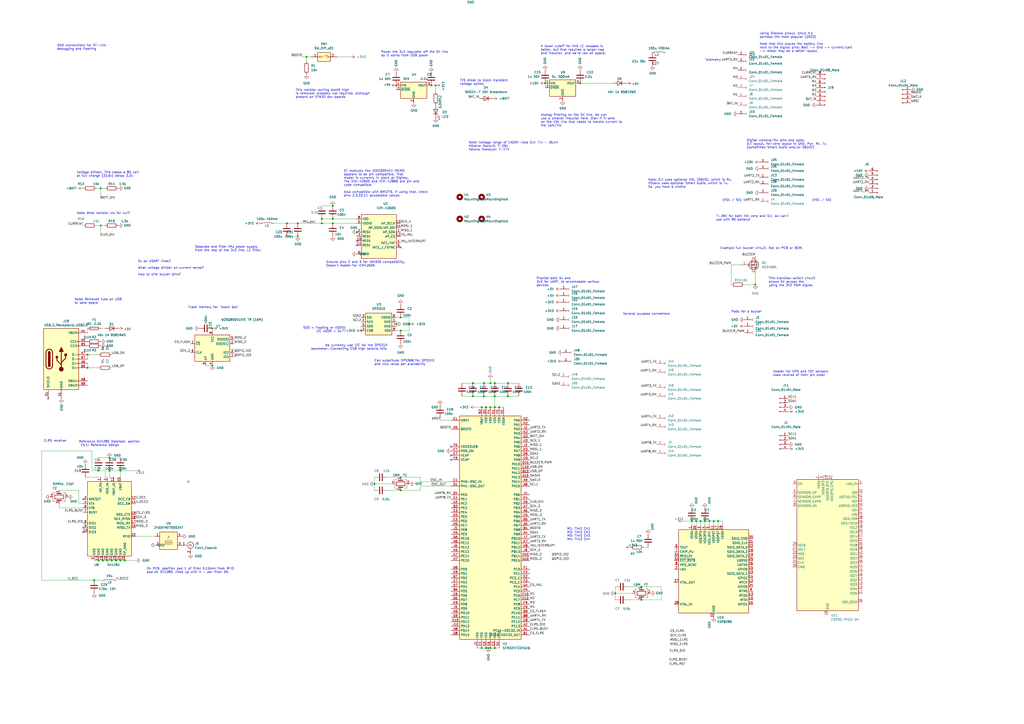
<source format=kicad_sch>
(kicad_sch (version 20211123) (generator eeschema)
  (paper "A2")
  (junction (at 172.72 137.16))
  (junction (at 186.69 127))
  (junction (at 372.11 347.98))
  (junction (at 416.56 302.26))
  (junction (at 287.02 236.22))
  (junction (at 297.18 -20.32))
  (junction (at 186.69 129.54))
  (junction (at 229.87 49.53))
  (junction (at 408.94 302.26))
  (junction (at 294.64 229.87))
  (junction (at 287.02 222.25))
  (junction (at 284.48 375.92))
  (junction (at 261.62 -12.7))
  (junction (at 229.87 187.96))
  (junction (at 294.64 222.25))
  (junction (at 62.23 325.12))
  (junction (at 287.02 229.87))
  (junction (at 72.39 325.12))
  (junction (at 414.02 302.26))
  (junction (at 232.41 191.77))
  (junction (at 273.05 -11.43))
  (junction (at 209.55 191.77))
  (junction (at 63.5 265.43))
  (junction (at 193.04 119.38))
  (junction (at 54.61 336.55))
  (junction (at 193.04 129.54))
  (junction (at 193.04 127))
  (junction (at 280.67 229.87))
  (junction (at 67.31 325.12))
  (junction (at 289.56 236.22))
  (junction (at 57.15 273.05))
  (junction (at 261.62 -20.32))
  (junction (at 69.85 325.12))
  (junction (at 316.23 48.26))
  (junction (at 69.85 273.05))
  (junction (at 123.19 190.5))
  (junction (at 166.37 129.54))
  (junction (at 372.11 340.36))
  (junction (at 274.32 229.87))
  (junction (at 252.73 49.53))
  (junction (at 172.72 129.54))
  (junction (at 356.87 344.17))
  (junction (at 50.8 205.74))
  (junction (at 406.4 302.26))
  (junction (at 64.77 325.12))
  (junction (at 207.01 134.62))
  (junction (at 59.69 325.12))
  (junction (at 280.67 222.25))
  (junction (at 177.8 33.02))
  (junction (at 217.17 280.67))
  (junction (at 438.15 165.1))
  (junction (at 283.21 375.92))
  (junction (at 281.94 375.92))
  (junction (at 63.5 273.05))
  (junction (at 284.48 236.22))
  (junction (at 237.49 187.96))
  (junction (at 274.32 222.25))
  (junction (at 57.15 325.12))
  (junction (at 284.48 222.25))
  (junction (at 50.8 213.36))
  (junction (at 331.47 -20.32))
  (junction (at 401.32 302.26))
  (junction (at 281.94 236.22))
  (junction (at 403.86 302.26))
  (junction (at 123.19 212.09))
  (junction (at 232.41 276.86))
  (junction (at 287.02 375.92))
  (junction (at 279.4 375.92))
  (junction (at 232.41 284.48))
  (junction (at 273.05 -20.32))
  (junction (at 58.42 130.81))
  (junction (at 411.48 302.26))
  (junction (at 232.41 184.15))
  (junction (at 250.19 49.53))
  (junction (at 336.55 48.26))
  (junction (at 58.42 109.22))
  (junction (at 279.4 236.22))
  (junction (at 255.27 -20.32))
  (no_connect (at 261.62 259.08))
  (no_connect (at 48.26 289.56))
  (no_connect (at 48.26 308.61))
  (no_connect (at 48.26 306.07))
  (no_connect (at 27.94 231.14))
  (no_connect (at 207.01 139.7))
  (no_connect (at 207.01 142.24))
  (no_connect (at 109.22 279.4))
  (no_connect (at 232.41 143.51))
  (no_connect (at 261.62 266.7))
  (no_connect (at 261.62 264.16))
  (wire (pts (xy 175.26 33.02) (xy 177.8 33.02)))
  (wire (pts (xy 438.15 158.75) (xy 438.15 165.1)))
  (wire (pts (xy 243.84 281.94) (xy 243.84 284.48)))
  (wire (pts (xy 372.11 347.98) (xy 383.54 347.98)))
  (wire (pts (xy 401.32 302.26) (xy 403.86 302.26)))
  (wire (pts (xy 50.8 205.74) (xy 50.8 208.28)))
  (wire (pts (xy 250.19 49.53) (xy 252.73 49.53)))
  (wire (pts (xy 186.69 129.54) (xy 193.04 129.54)))
  (wire (pts (xy 243.84 279.4) (xy 261.62 279.4)))
  (wire (pts (xy 34.29 294.64) (xy 48.26 294.64)))
  (wire (pts (xy 69.85 273.05) (xy 78.74 273.05)))
  (wire (pts (xy 53.34 273.05) (xy 53.34 261.62)))
  (wire (pts (xy 403.86 302.26) (xy 406.4 302.26)))
  (wire (pts (xy 274.32 222.25) (xy 280.67 222.25)))
  (wire (pts (xy 58.42 130.81) (xy 58.42 137.16)))
  (wire (pts (xy 276.86 375.92) (xy 279.4 375.92)))
  (wire (pts (xy 195.58 33.02) (xy 203.2 33.02)))
  (wire (pts (xy 287.02 229.87) (xy 294.64 229.87)))
  (wire (pts (xy 317.5 -25.4) (xy 317.5 -31.75)))
  (wire (pts (xy 287.02 229.87) (xy 287.02 236.22)))
  (wire (pts (xy 408.94 302.26) (xy 408.94 304.8)))
  (wire (pts (xy 424.18 153.67) (xy 430.53 153.67)))
  (wire (pts (xy 34.29 284.48) (xy 45.72 284.48)))
  (wire (pts (xy 55.88 130.81) (xy 58.42 130.81)))
  (wire (pts (xy 63.5 276.86) (xy 66.04 276.86)))
  (wire (pts (xy 248.92 -20.32) (xy 255.27 -20.32)))
  (wire (pts (xy 209.55 189.23) (xy 209.55 191.77)))
  (wire (pts (xy 57.15 213.36) (xy 50.8 213.36)))
  (wire (pts (xy 411.48 302.26) (xy 411.48 304.8)))
  (wire (pts (xy 34.29 292.1) (xy 34.29 294.64)))
  (wire (pts (xy 364.49 347.98) (xy 372.11 347.98)))
  (wire (pts (xy 281.94 -11.43) (xy 281.94 -2.54)))
  (wire (pts (xy 49.53 276.86) (xy 58.42 276.86)))
  (wire (pts (xy 255.27 -20.32) (xy 261.62 -20.32)))
  (wire (pts (xy 57.15 325.12) (xy 59.69 325.12)))
  (wire (pts (xy 232.41 284.48) (xy 243.84 284.48)))
  (wire (pts (xy 217.17 280.67) (xy 217.17 284.48)))
  (wire (pts (xy 229.87 186.69) (xy 229.87 187.96)))
  (wire (pts (xy 55.88 109.22) (xy 58.42 109.22)))
  (wire (pts (xy 279.4 375.92) (xy 281.94 375.92)))
  (wire (pts (xy 207.01 134.62) (xy 207.01 137.16)))
  (wire (pts (xy 289.56 -20.32) (xy 297.18 -20.32)))
  (wire (pts (xy 307.34 -20.32) (xy 297.18 -20.32)))
  (wire (pts (xy 373.38 317.5) (xy 375.92 317.5)))
  (wire (pts (xy 419.1 302.26) (xy 416.56 302.26)))
  (wire (pts (xy 217.17 280.67) (xy 227.33 280.67)))
  (wire (pts (xy 63.5 273.05) (xy 63.5 276.86)))
  (wire (pts (xy 284.48 219.71) (xy 284.48 222.25)))
  (wire (pts (xy 406.4 302.26) (xy 408.94 302.26)))
  (wire (pts (xy 255.27 243.84) (xy 255.27 242.57)))
  (wire (pts (xy 287.02 375.92) (xy 289.56 375.92)))
  (wire (pts (xy 280.67 229.87) (xy 287.02 229.87)))
  (wire (pts (xy 383.54 345.44) (xy 383.54 347.98)))
  (wire (pts (xy 119.38 212.09) (xy 123.19 212.09)))
  (wire (pts (xy 281.94 -2.54) (xy 328.93 -2.54)))
  (wire (pts (xy 172.72 129.54) (xy 186.69 129.54)))
  (wire (pts (xy 64.77 325.12) (xy 67.31 325.12)))
  (wire (pts (xy 294.64 229.87) (xy 300.99 229.87)))
  (wire (pts (xy 57.15 265.43) (xy 63.5 265.43)))
  (wire (pts (xy 193.04 127) (xy 207.01 127)))
  (wire (pts (xy 327.66 -20.32) (xy 331.47 -20.32)))
  (wire (pts (xy 123.19 190.5) (xy 123.19 191.77)))
  (wire (pts (xy 224.79 276.86) (xy 232.41 276.86)))
  (wire (pts (xy 383.54 340.36) (xy 383.54 342.9)))
  (wire (pts (xy 177.8 33.02) (xy 180.34 33.02)))
  (wire (pts (xy 316.23 48.26) (xy 316.23 50.8)))
  (wire (pts (xy 186.69 119.38) (xy 193.04 119.38)))
  (wire (pts (xy 53.34 261.62) (xy 24.13 261.62)))
  (wire (pts (xy 416.56 302.26) (xy 414.02 302.26)))
  (wire (pts (xy 62.23 325.12) (xy 64.77 325.12)))
  (wire (pts (xy 217.17 276.86) (xy 217.17 280.67)))
  (wire (pts (xy 229.87 187.96) (xy 229.87 189.23)))
  (wire (pts (xy 284.48 375.92) (xy 287.02 375.92)))
  (wire (pts (xy 261.62 -20.32) (xy 273.05 -20.32)))
  (wire (pts (xy 237.49 187.96) (xy 237.49 191.77)))
  (wire (pts (xy 69.85 325.12) (xy 72.39 325.12)))
  (wire (pts (xy 281.94 375.92) (xy 283.21 375.92)))
  (wire (pts (xy 287.02 236.22) (xy 289.56 236.22)))
  (wire (pts (xy 177.8 33.02) (xy 177.8 35.56)))
  (wire (pts (xy 336.55 48.26) (xy 355.6 48.26)))
  (wire (pts (xy 273.05 -19.05) (xy 273.05 -20.32)))
  (wire (pts (xy 72.39 325.12) (xy 78.74 325.12)))
  (wire (pts (xy 229.87 184.15) (xy 232.41 184.15)))
  (wire (pts (xy 58.42 130.81) (xy 60.96 130.81)))
  (wire (pts (xy 289.56 236.22) (xy 292.1 236.22)))
  (wire (pts (xy 252.73 49.53) (xy 252.73 53.34)))
  (wire (pts (xy 67.31 325.12) (xy 69.85 325.12)))
  (wire (pts (xy 328.93 -15.24) (xy 328.93 -2.54)))
  (wire (pts (xy 275.59 236.22) (xy 279.4 236.22)))
  (wire (pts (xy 45.72 284.48) (xy 45.72 292.1)))
  (wire (pts (xy 186.69 127) (xy 193.04 127)))
  (wire (pts (xy 232.41 191.77) (xy 237.49 191.77)))
  (wire (pts (xy 62.23 276.86) (xy 60.96 276.86)))
  (wire (pts (xy 356.87 344.17) (xy 367.03 344.17)))
  (wire (pts (xy 186.69 127) (xy 186.69 129.54)))
  (wire (pts (xy 356.87 344.17) (xy 356.87 347.98)))
  (wire (pts (xy 416.56 302.26) (xy 416.56 304.8)))
  (wire (pts (xy 372.11 340.36) (xy 383.54 340.36)))
  (wire (pts (xy 57.15 273.05) (xy 60.96 273.05)))
  (wire (pts (xy 255.27 -12.7) (xy 261.62 -12.7)))
  (wire (pts (xy 232.41 184.15) (xy 237.49 184.15)))
  (wire (pts (xy 229.87 191.77) (xy 232.41 191.77)))
  (wire (pts (xy 284.48 236.22) (xy 287.02 236.22)))
  (wire (pts (xy 50.8 210.82) (xy 50.8 213.36)))
  (wire (pts (xy 267.97 229.87) (xy 274.32 229.87)))
  (wire (pts (xy 281.94 236.22) (xy 284.48 236.22)))
  (wire (pts (xy 58.42 190.5) (xy 60.96 190.5)))
  (wire (pts (xy 283.21 375.92) (xy 284.48 375.92)))
  (wire (pts (xy 297.18 -20.32) (xy 297.18 -24.13)))
  (wire (pts (xy 243.84 281.94) (xy 261.62 281.94)))
  (wire (pts (xy 158.75 129.54) (xy 166.37 129.54)))
  (wire (pts (xy 431.8 165.1) (xy 438.15 165.1)))
  (wire (pts (xy 261.62 243.84) (xy 255.27 243.84)))
  (wire (pts (xy 24.13 336.55) (xy 54.61 336.55)))
  (wire (pts (xy 411.48 302.26) (xy 408.94 302.26)))
  (wire (pts (xy 54.61 325.12) (xy 57.15 325.12)))
  (wire (pts (xy 243.84 276.86) (xy 243.84 279.4)))
  (wire (pts (xy 414.02 302.26) (xy 411.48 302.26)))
  (wire (pts (xy 224.79 284.48) (xy 232.41 284.48)))
  (wire (pts (xy 45.72 292.1) (xy 48.26 292.1)))
  (wire (pts (xy 58.42 109.22) (xy 60.96 109.22)))
  (wire (pts (xy 232.41 276.86) (xy 243.84 276.86)))
  (wire (pts (xy 287.02 222.25) (xy 294.64 222.25)))
  (wire (pts (xy 60.96 276.86) (xy 60.96 273.05)))
  (wire (pts (xy 274.32 229.87) (xy 280.67 229.87)))
  (wire (pts (xy 267.97 222.25) (xy 274.32 222.25)))
  (wire (pts (xy 63.5 265.43) (xy 69.85 265.43)))
  (wire (pts (xy 406.4 302.26) (xy 406.4 304.8)))
  (wire (pts (xy 364.49 340.36) (xy 372.11 340.36)))
  (wire (pts (xy 294.64 222.25) (xy 300.99 222.25)))
  (wire (pts (xy 59.69 325.12) (xy 62.23 325.12)))
  (wire (pts (xy 327.66 -15.24) (xy 328.93 -15.24)))
  (wire (pts (xy 273.05 -11.43) (xy 281.94 -11.43)))
  (wire (pts (xy 57.15 273.05) (xy 53.34 273.05)))
  (wire (pts (xy 414.02 302.26) (xy 414.02 304.8)))
  (wire (pts (xy 58.42 109.22) (xy 58.42 115.57)))
  (wire (pts (xy 419.1 304.8) (xy 419.1 302.26)))
  (wire (pts (xy 54.61 336.55) (xy 59.69 336.55)))
  (wire (pts (xy 63.5 273.05) (xy 69.85 273.05)))
  (wire (pts (xy 297.18 -31.75) (xy 317.5 -31.75)))
  (wire (pts (xy 78.74 311.15) (xy 90.17 311.15)))
  (wire (pts (xy 273.05 -20.32) (xy 281.94 -20.32)))
  (wire (pts (xy 284.48 222.25) (xy 287.02 222.25)))
  (wire (pts (xy 166.37 129.54) (xy 172.72 129.54)))
  (wire (pts (xy 356.87 340.36) (xy 356.87 344.17)))
  (wire (pts (xy 403.86 302.26) (xy 403.86 304.8)))
  (wire (pts (xy 69.85 273.05) (xy 69.85 276.86)))
  (wire (pts (xy 401.32 302.26) (xy 401.32 304.8)))
  (wire (pts (xy 24.13 261.62) (xy 24.13 336.55)))
  (wire (pts (xy 279.4 236.22) (xy 281.94 236.22)))
  (wire (pts (xy 50.8 193.04) (xy 50.8 190.5)))
  (wire (pts (xy 237.49 184.15) (xy 237.49 187.96)))
  (wire (pts (xy 280.67 222.25) (xy 284.48 222.25)))
  (wire (pts (xy 166.37 137.16) (xy 172.72 137.16)))
  (wire (pts (xy 396.24 302.26) (xy 401.32 302.26)))
  (wire (pts (xy 50.8 205.74) (xy 57.15 205.74)))
  (wire (pts (xy 193.04 129.54) (xy 207.01 129.54)))
  (wire (pts (xy 229.87 49.53) (xy 229.87 52.07)))
  (wire (pts (xy 424.18 153.67) (xy 424.18 165.1)))
  (text "(HDL / SA)" (at 471.17 116.84 0) (effects (font (size 1.27 1.27)) (justify left bottom)))
  (text "todo: What resistor vls for cur?" (at 44.45 124.46 0) (effects (font (size 1.27 1.27)) (justify left bottom)))
  (text "5v on USART lines?\n" (at 80.01 152.4 0) (effects (font (size 1.27 1.27)) (justify left bottom)))
  (text "(HDL / SA)" (at 419.1 116.84 0) (effects (font (size 1.27 1.27)) (justify left bottom)))
  (text "Telemetry" (at 408.94 35.56 0) (effects (font (size 1.27 1.27)) (justify left bottom)))
  (text "3.3k and 300 lead to 9.6V output" (at 245.11 -27.94 0) (effects (font (size 1.27 1.27)) (justify left bottom)))
  (text "How to wire buzzer pins?" (at 80.01 160.02 0) (effects (font (size 1.27 1.27)) (justify left bottom)))
  (text "M1: Tim2 Ch1\nM2: Tim2 Ch2\nM3: Tim3 Ch3\nM4: Tim3 Ch4" (at 328.93 313.69 0) (effects (font (size 1.27 1.27)) (justify left bottom)))
  (text "See regulator DS for info on how to set\nresistances and capacitances\n" (at 279.4 -44.45 0) (effects (font (size 1.27 1.27)) (justify left bottom)))
  (text "General purpose connectors" (at 388.62 182.88 180) (effects (font (size 1.27 1.27)) (justify right bottom)))
  (text "Voltage divider. This keeps a 8S cell\nat full charge (33.6v) below 3.3v" (at 44.45 102.87 0) (effects (font (size 1.27 1.27)) (justify left bottom)))
  (text "Digital camera/Vtx pins and pads.\nDJI layout. Hd-zero layout is GND, Pwr, Rx, Tx,\n(sometimes Smart Audio and/or SBUS?)" (at 433.07 86.36 0) (effects (font (size 1.27 1.27)) (justify left bottom)))
  (text "Note: Removed fuse on USB\nto save space" (at 43.18 176.53 0) (effects (font (size 1.27 1.27)) (justify left bottom)))
  (text "Calculated inductor value, for 25.2v in, 9.6vout,\n30% ripple, and 1A current: 16.5uH" (at 250.19 -38.1 0) (effects (font (size 1.27 1.27)) (justify left bottom)))
  (text "On PCB, position pad 1 of filter 0.15mm from RFIO \npad on SX1280, lined up with it - per filter DS." (at 85.09 332.74 0) (effects (font (size 1.27 1.27)) (justify left bottom)))
  (text "Reference SX1280 Datsheet, section\n 15.1: Reference Design" (at 45.72 259.08 0) (effects (font (size 1.27 1.27)) (justify left bottom)))
  (text "We currently use I2C for the DPS310\nbarometer. Connecting CSB high selects this." (at 224.79 203.2 0) (effects (font (size 1.27 1.27)) (justify right bottom)))
  (text "Separate and filter IMU power supply\nfrom the rest of the 3v3 line. LC filter." (at 113.03 146.05 0) (effects (font (size 1.27 1.27)) (justify left bottom)))
  (text "V_out = 0.8V * (R1 + R2)/R2" (at 240.03 -1.27 0) (effects (font (size 1.27 1.27)) (justify left bottom)))
  (text "This transisor switch circuit\nallows 5V across the,\nusing the 3V3 PWM signal." (at 445.77 166.37 0) (effects (font (size 1.27 1.27)) (justify left bottom)))
  (text "Provide both 5v and \n3v3 for UART, to accomodate various\ndevices" (at 311.15 166.37 0) (effects (font (size 1.27 1.27)) (justify left bottom)))
  (text "TVS diode to block transient\nvoltage spikes" (at 266.7 49.53 0) (effects (font (size 1.27 1.27)) (justify left bottom)))
  (text "ST modules like ISM330DHCX iNEMO\nappears to be pin compatible. That\nmodel is currently in stock at Digikey.\nThe ICM-42605 and ICM-42866 are pin and\ncode compatible.\n\nAlso compatible with BMI270. If using that, check\npins 2,3,10,11 acceptable values\n" (at 199.39 114.3 0) (effects (font (size 1.27 1.27)) (justify left bottom)))
  (text "Example full buzzer circuit. Not on PCB or BOM." (at 417.83 144.78 0) (effects (font (size 1.27 1.27)) (justify left bottom)))
  (text "This resistor pulling boot0 high\nis removed; probably not required, although\npresent on STM32 dev boards" (at 171.45 57.15 0) (effects (font (size 1.27 1.27)) (justify left bottom)))
  (text "SWD connections for ST-Link \ndebugging and flashing" (at 33.02 29.21 0) (effects (font (size 1.27 1.27)) (justify left bottom)))
  (text "Ground pins 2 and 3 for ISM330 compatibility.\nDoesn't matter for ICM42605\n" (at 189.23 154.94 0) (effects (font (size 1.27 1.27)) (justify left bottom)))
  (text "Using Diatone pinout, since it's\nperhaps the most popular (2022)\n\nNote that this places the battery line\nnext to the signal pins; Batt -> Gnd -> current/uart\n-> motor may be a better layout." (at 440.69 30.48 0) (effects (font (size 1.27 1.27)) (justify left bottom)))
  (text "What voltage divider on current sense?\n" (at 80.01 156.21 0) (effects (font (size 1.27 1.27)) (justify left bottom)))
  (text "A lower cutoff for this LC lowpass is\nbetter, but that requires a larger cap\nand inductor, and we're low on space." (at 313.69 31.75 0) (effects (font (size 1.27 1.27)) (justify left bottom)))
  (text "Analog filtering on the 5V line. We can\nuse a smaller inductor here, than if it were \non the 10k line that needs to handle current to\nthe cam/Vtx" (at 313.69 73.66 0) (effects (font (size 1.27 1.27)) (justify left bottom)))
  (text "Flash memory for \"black box\"" (at 109.22 179.07 0) (effects (font (size 1.27 1.27)) (justify left bottom)))
  (text "Header for GPS and TOF sensors\nUses reverse of their pin order\n" (at 448.31 218.44 0) (effects (font (size 1.27 1.27)) (justify left bottom)))
  (text "Note: Voltage range of CADDX vista DJI: 7.4 - 26.4V\nHDzero: Racev2: 7-26V\nHdzero freestyle: 7-17V" (at 271.78 87.63 0) (effects (font (size 1.27 1.27)) (justify left bottom)))
  (text "ELRS receiver\n" (at 25.4 256.54 0) (effects (font (size 1.27 1.27)) (justify left bottom)))
  (text "Note: DJI uses optional HDL (SBUS), which is Rx.\nHDzero uses optional Smart Audio, which is Tx.\nSo, you have a choice" (at 375.92 109.22 0) (effects (font (size 1.27 1.27)) (justify left bottom)))
  (text "Pads for a buzzer" (at 441.96 181.61 180) (effects (font (size 1.27 1.27)) (justify right bottom)))
  (text "Can substitude DPS368 for DPS310\nand vice versa per availability" (at 217.17 212.09 0) (effects (font (size 1.27 1.27)) (justify left bottom)))
  (text "SDO = floating or VDDIO:\nI2C ADDR = 0x77" (at 200.66 193.04 180) (effects (font (size 1.27 1.27)) (justify right bottom)))
  (text "Power the 3v3 regulator off the 5V line\nso it works from USB power" (at 220.98 33.02 0) (effects (font (size 1.27 1.27)) (justify left bottom)))
  (text "7-26V for both HD-zero and DJI, so can't \nuse with 8S battery!" (at 415.29 128.27 0) (effects (font (size 1.27 1.27)) (justify left bottom)))
  (label "SDA1" (at 307.34 309.88 0))
  (label "SWDIO" (at 528.32 54.61 0))
  (label "M3" (at 427.99 45.72 180))
  (label "UART2_TX" (at 307.34 248.92 0))
  (label "ELRS_DIO" (at 397.51 378.46 180))
  (label "V_DCC2" (at 67.31 336.55 0))
  (label "QSPI2_IO2" (at 135.89 204.47 0))
  (label "M2" (at 473.71 53.34 180))
  (label "ELRS_BUSY" (at 398.78 383.54 180))
  (label "IMU_INTERRUPT" (at 232.41 140.97 0))
  (label "MOSI_2" (at 307.34 325.12 0))
  (label "MISO_ELRS" (at 388.62 374.65 0))
  (label "CUR_DIV" (at 307.34 292.1 0))
  (label "CS_ELRS" (at 388.62 367.03 0))
  (label "MISO_3" (at 307.34 297.18 0))
  (label "UART2_RX" (at 504.19 106.68 180))
  (label "M3" (at 307.34 350.52 0))
  (label "M4" (at 427.99 40.64 180))
  (label "UART3_RX" (at 381 229.87 180))
  (label "M3" (at 473.71 50.8 180))
  (label "IMU_INTERRUPT" (at 307.34 317.5 0))
  (label "MOSI_3" (at 78.74 303.53 0))
  (label "CURRENT" (at 473.71 43.18 180))
  (label "MOSI_3" (at 307.34 299.72 0))
  (label "SCL1" (at 457.2 252.73 0))
  (label "UART4_RX" (at 307.34 358.14 0))
  (label "ELRS_BUSY" (at 48.26 297.18 180))
  (label "SCL2" (at 209.55 186.69 180))
  (label "M4" (at 473.71 48.26 180))
  (label "ELRS_RST" (at 397.51 386.08 180))
  (label "UART1_RX" (at 307.34 304.8 0))
  (label "MISO_2" (at 307.34 322.58 0))
  (label "M1" (at 427.99 55.88 180))
  (label "USB_DP" (at 64.77 213.36 0))
  (label "BATT_DIV" (at 307.34 254 0))
  (label "UART3_TX" (at 307.34 312.42 0))
  (label "BAT_IN" (at 278.13 57.15 180))
  (label "UART4_TX" (at 307.34 360.68 0))
  (label "SCK_3" (at 307.34 294.64 0))
  (label "UART3_RX" (at 473.71 45.72 180))
  (label "UART4_RX" (at 381 247.65 180))
  (label "SWCLK" (at 307.34 279.4 0))
  (label "V_DCC2" (at 78.74 292.1 0))
  (label "UART1_TX" (at 381 210.82 180))
  (label "SCK_1" (at 232.41 129.54 0))
  (label "CS_IMU" (at 232.41 137.16 0))
  (label "ELRS_DIO" (at 48.26 303.53 180))
  (label "SCK_3" (at 78.74 300.99 0))
  (label "BUZZER" (at 438.15 148.59 180))
  (label "CS_FLASH" (at 307.34 355.6 0))
  (label "SWDIO" (at 307.34 276.86 0))
  (label "V_DCC" (at 39.37 336.55 0))
  (label "SWCLK" (at 528.32 57.15 0))
  (label "UART3_TX" (at 381 224.79 180))
  (label "SCK_2" (at 307.34 320.04 0))
  (label "OSC_OUT" (at 250.19 281.94 0))
  (label "SCL2" (at 325.12 218.44 180))
  (label "MISO_2" (at 135.89 199.39 0))
  (label "UART2_TX" (at 504.19 104.14 180))
  (label "BATT_DIV" (at 58.42 115.57 0))
  (label "MISO_1" (at 307.34 259.08 0))
  (label "SCL1" (at 307.34 281.94 0))
  (label "UART8_TX" (at 381 257.81 180))
  (label "BAT_IN" (at 473.71 58.42 180))
  (label "NRST" (at 255.27 243.84 180))
  (label "BOOT0" (at 261.62 248.92 180))
  (label "UART2_RX" (at 440.69 106.68 180))
  (label "SCK_ELRS" (at 388.62 369.57 0))
  (label "CS_ELRS" (at 78.74 298.45 0))
  (label "UART8_TX" (at 261.62 289.56 180))
  (label "UART3_RX" (at 307.34 314.96 0))
  (label "UART4_TX" (at 381 242.57 180))
  (label "MISO_1" (at 232.41 134.62 0))
  (label "UART2_TX" (at 440.69 102.87 180))
  (label "UART8_RX" (at 261.62 287.02 180))
  (label "ELRS_BUSY" (at 307.34 365.76 0))
  (label "QSPI2_IO2" (at 320.04 322.58 0))
  (label "SDA1" (at 457.2 255.27 0))
  (label "SCK_1" (at 307.34 256.54 0))
  (label "MOSI_ELRS" (at 388.62 372.11 0))
  (label "V_DCC" (at 78.74 289.56 0))
  (label "BOOT0" (at 307.34 307.34 0))
  (label "M1" (at 307.34 345.44 0))
  (label "UART2_RX" (at 307.34 251.46 0))
  (label "CS_FLASH" (at 110.49 199.39 180))
  (label "M4" (at 307.34 353.06 0))
  (label "SDA2" (at 209.55 184.15 180))
  (label "CURRENT" (at 48.26 130.81 180))
  (label "UART1_RX" (at 381 215.9 180))
  (label "UART1_RX" (at 440.69 116.84 180))
  (label "UART1_RX" (at 504.19 111.76 180))
  (label "M2" (at 427.99 50.8 180))
  (label "QSPI2_IO3" (at 320.04 325.12 0))
  (label "SCL1" (at 457.2 231.14 0))
  (label "UART1_TX" (at 307.34 302.26 0))
  (label "MOSI_2" (at 135.89 196.85 0))
  (label "MISO_3" (at 78.74 306.07 0))
  (label "ELRS_DIO" (at 307.34 363.22 0))
  (label "CS_ELRS" (at 307.34 368.3 0))
  (label "QSPI2_IO3" (at 135.89 207.01 0))
  (label "IMU_pwr" (at 175.26 129.54 0))
  (label "USB_DN" (at 64.77 205.74 0))
  (label "BUZZER_PWM" (at 424.18 153.67 180))
  (label "M2" (at 307.34 347.98 0))
  (label "M1" (at 473.71 55.88 180))
  (label "OSC_IN" (at 256.54 279.4 180))
  (label "UART8_RX" (at 381 262.89 180))
  (label "NRST" (at 528.32 59.69 0))
  (label "BUZZER_PWM" (at 431.8 193.04 180))
  (label "MOSI_1" (at 307.34 261.62 0))
  (label "BAT_IN" (at 427.99 60.96 180))
  (label "USB_DN" (at 307.34 271.78 0))
  (label "SCK_2" (at 110.49 204.47 180))
  (label "USB_DP" (at 307.34 274.32 0))
  (label "MOSI_1" (at 232.41 132.08 0))
  (label "BOOT0" (at 175.26 33.02 180))
  (label "CURRENT" (at 427.99 31.75 180))
  (label "SDA1" (at 457.2 233.68 0))
  (label "SDA2" (at 325.12 223.52 180))
  (label "CS_IMU" (at 307.34 340.36 0))
  (label "CUR_DIV" (at 58.42 137.16 0))
  (label "SCL2" (at 307.34 266.7 0))
  (label "SDA2" (at 307.34 264.16 0))
  (label "BUZZER_PWM" (at 307.34 269.24 0))
  (label "UART3_RX" (at 427.99 35.56 180))
  (symbol (lib_id "power:GND") (at 431.8 185.42 270) (unit 1)
    (property "Reference" "#PWR0164" (effects hide))
    (property "Value" "GND" (at 424.18 185.42 90) (effects (justify left)))
  )
  (symbol (lib_id "MCU_Espressif:ESP8266EX") (at 414.02 330.2 0) (unit 1)
    (property "Reference" "U10" (at 416.0394 358.14 0) (effects (justify left)))
    (property "Value" "ESP8285" (at 416.0394 360.68 0) (effects (justify left)))
    (property "Footprint" "Package_DFN_QFN:QFN-32-1EP_5x5mm_P0.5mm_EP3.45x3.45mm" (effects hide))
    (property "Datasheet" "http://espressif.com/sites/default/files/documentation/0a-esp8266ex_datasheet_en.pdf" (effects hide))
    (property "LCSC" "C967019" (effects hide))
  )
  (symbol (lib_id "Connector:Conn_01x04_Male") (at 523.24 54.61 0) (unit 1)
    (property "Reference" "J12" (at 523.875 46.99 0))
    (property "Value" "Conn_01x04_Male" (at 523.875 49.53 0))
    (property "Footprint" "Anyleaf_Shared:JST PH staggered for 1x04 2mm" (effects hide))
  )
  (symbol (lib_id "Connector:Conn_01x01_Female") (at 386.08 224.79 0) (unit 1)
    (property "Reference" "J40" (at 387.35 223.5199 0) (effects (justify left)))
    (property "Value" "Conn_01x01_Female" (at 387.35 226.0599 0) (effects (justify left)))
    (property "Footprint" "TestPoint:TestPoint_Pad_2.0x2.0mm" (effects hide))
  )
  (symbol (lib_id "Device:R") (at 60.96 213.36 90) (unit 1)
    (property "Reference" "R5" (at 59.69 209.55 0))
    (property "Value" "22" (at 62.23 209.55 0))
    (property "Footprint" "Resistor_SMD:R_0402_1005Metric" (effects hide))
    (property "LCSC" "C25092" (effects hide))
  )
  (symbol (lib_id "power:+5V") (at 325.12 167.64 90) (unit 1)
    (property "Reference" "#PWR0144" (effects hide))
    (property "Value" "+5V" (at 321.31 167.6399 90) (effects (justify left)))
  )
  (symbol (lib_id "Device:C") (at 255.27 238.76 0) (unit 1)
    (property "Reference" "C18" (at 259.08 237.4899 0) (effects (justify left)))
    (property "Value" "100n" (at 257.81 240.03 0) (effects (justify left)))
    (property "Footprint" "Capacitor_SMD:C_0402_1005Metric" (effects hide))
    (property "LCSC" "C1525" (effects hide))
  )
  (symbol (lib_id "power:GND") (at 375.92 309.88 180) (unit 1)
    (property "Reference" "#PWR?" (effects hide))
    (property "Value" "GND" (at 378.46 303.53 90) (effects (justify left)))
  )
  (symbol (lib_id "power:GND") (at 414.02 358.14 0) (unit 1)
    (property "Reference" "#PWR?" (effects hide))
    (property "Value" "GND" (at 411.48 364.49 90) (effects (justify left)))
  )
  (symbol (lib_id "power:GND") (at 326.39 58.42 0) (unit 1)
    (property "Reference" "#PWR0180" (effects hide))
    (property "Value" "GND" (at 326.517 62.8142 0))
  )
  (symbol (lib_id "RF_Module:ESP32-PICO-D4") (at 480.06 316.23 0) (unit 1)
    (property "Reference" "U11" (at 482.0794 356.87 0) (effects (justify left)))
    (property "Value" "ESP32-PICO-D4" (at 482.0794 359.41 0) (effects (justify left)))
    (property "Footprint" "Package_DFN_QFN:QFN-48-1EP_7x7mm_P0.5mm_EP5.3x5.3mm" (effects hide))
    (property "Datasheet" "https://www.espressif.com/sites/default/files/documentation/esp32-pico-d4_datasheet_en.pdf" (effects hide))
  )
  (symbol (lib_id "Device:C") (at 172.72 133.35 180) (unit 1)
    (property "Reference" "C31" (at 170.18 134.62 0) (effects (justify left)))
    (property "Value" "100u" (at 170.18 137.16 0) (effects (justify left)))
    (property "Footprint" "Capacitor_SMD:C_0805_2012Metric" (effects hide))
    (property "LCSC" "C141660" (effects hide))
  )
  (symbol (lib_id "Device:C") (at 297.18 -27.94 0) (unit 1)
    (property "Reference" "C21" (at 290.83 -30.48 0) (effects (justify left)))
    (property "Value" "10nF 50V" (at 285.75 -33.02 0) (effects (justify left)))
    (property "Footprint" "Capacitor_SMD:C_0402_1005Metric" (effects hide))
    (property "LCSC" "C15195" (effects hide))
  )
  (symbol (lib_id "power:+BATT") (at 285.75 57.15 270) (unit 1)
    (property "Reference" "#PWR0152" (effects hide))
    (property "Value" "+BATT" (at 289.56 57.1499 90) (effects (justify left)))
  )
  (symbol (lib_id "Connector:Conn_01x01_Female") (at 330.2 171.45 0) (unit 1)
    (property "Reference" "J16" (at 331.47 170.1799 0) (effects (justify left)))
    (property "Value" "Conn_01x01_Female" (at 331.47 172.7199 0) (effects (justify left)))
    (property "Footprint" "TestPoint:TestPoint_Pad_2.0x2.0mm" (effects hide))
  )
  (symbol (lib_id "Device:C") (at 232.41 180.34 0) (unit 1)
    (property "Reference" "C2" (at 236.22 179.0699 0) (effects (justify left)))
    (property "Value" "100n" (at 233.68 182.88 0) (effects (justify left)))
    (property "Footprint" "Capacitor_SMD:C_0402_1005Metric" (effects hide))
    (property "LCSC" "C1525" (effects hide))
  )
  (symbol (lib_id "Device:C") (at 57.15 269.24 0) (unit 1)
    (property "Reference" "C28" (at 54.61 271.78 0) (effects (justify left)))
    (property "Value" "10n" (at 54.61 266.7 0) (effects (justify left)))
    (property "Footprint" "Capacitor_SMD:C_0402_1005Metric" (effects hide))
    (property "LCSC" "C15195" (effects hide))
  )
  (symbol (lib_id "Connector:Conn_01x01_Female") (at 445.77 102.87 0) (unit 1)
    (property "Reference" "J13" (at 447.04 101.5999 0) (effects (justify left)))
    (property "Value" "Conn_01x01_Female" (at 447.04 104.1399 0) (effects (justify left)))
    (property "Footprint" "TestPoint:TestPoint_Pad_2.0x2.0mm" (effects hide))
  )
  (symbol (lib_id "power:GND") (at 440.69 111.76 270) (unit 1)
    (property "Reference" "#PWR0113" (effects hide))
    (property "Value" "GND" (at 436.88 111.7599 90) (effects (justify right)))
  )
  (symbol (lib_id "Device:L") (at 63.5 336.55 90) (unit 1)
    (property "Reference" "L3" (at 63.5 337.82 90))
    (property "Value" "15u" (at 63.5 334.01 90))
    (property "Footprint" "Inductor_SMD:L_0805_2012Metric" (effects hide))
    (property "LCSC" "C154120" (effects hide))
  )
  (symbol (lib_id "Switch:SW_DIP_x01") (at 187.96 33.02 0) (unit 1)
    (property "Reference" "SW1" (at 187.96 25.4 0))
    (property "Value" "SW_DIP_x01" (at 187.96 27.94 0))
    (property "Footprint" "Anyleaf_Shared:SW-SMD-2_3.6x6.0x8.0" (effects hide))
    (property "LCSC" "C354946" (effects hide))
  )
  (symbol (lib_id "power:GND") (at 326.39 204.47 270) (unit 1)
    (property "Reference" "#PWR0145" (effects hide))
    (property "Value" "GND" (at 322.58 204.4699 90) (effects (justify right)))
  )
  (symbol (lib_id "power:+10V") (at 248.92 -20.32 90) (unit 1)
    (property "Reference" "#PWR0176" (effects hide))
    (property "Value" "+10V" (at 245.11 -20.3201 90) (effects (justify left)))
  )
  (symbol (lib_id "power:+3V3") (at 203.2 33.02 270) (unit 1)
    (property "Reference" "#PWR0116" (effects hide))
    (property "Value" "+3V3" (at 207.01 33.0199 90) (effects (justify left)))
  )
  (symbol (lib_id "Connector:Conn_01x01_Female") (at 331.47 209.55 0) (unit 1)
    (property "Reference" "J30" (at 332.74 208.2799 0) (effects (justify left)))
    (property "Value" "Conn_01x01_Female" (at 332.74 210.8199 0) (effects (justify left)))
    (property "Footprint" "TestPoint:TestPoint_Pad_2.0x2.0mm" (effects hide))
  )
  (symbol (lib_id "Device:Fuse") (at 54.61 190.5 270) (unit 1)
    (property "Reference" "F1" (at 54.61 185.4962 90))
    (property "Value" "6V, 2.2A" (at 54.61 187.8076 90))
    (property "Footprint" "Fuse:Fuse_0805_2012Metric" (effects hide))
    (property "LCSC" "C70062" (effects hide))
  )
  (symbol (lib_id "water_monitor-rescue:MCP1802-3.3-Anyleaf_shared") (at 326.39 50.8 0) (unit 1)
    (property "Reference" "U9" (at 325.12 41.91 0) (effects (justify left)))
    (property "Value" "5v, 500mA" (at 320.04 44.45 0) (effects (justify left)))
    (property "Footprint" "Package_TO_SOT_SMD:TSOT-23-5" (effects hide))
    (property "Datasheet" "https://datasheet.lcsc.com/lcsc/1809192311_MaxLinear-SPX3819M5-L-5-0-TR_C13417.pdf" (effects hide))
    (property "LCSC" "C13417" (effects hide))
    (property "Part" "MaxLinear SPX3819M5-L-5-0/TR" (effects hide))
  )
  (symbol (lib_id "power:GND") (at 54.61 344.17 0) (unit 1)
    (property "Reference" "#PWR0153" (effects hide))
    (property "Value" "GND" (at 57.15 345.4399 0) (effects (justify left)))
  )
  (symbol (lib_id "Anyleaf_Shared:ICM-42605") (at 219.71 134.62 0) (unit 1)
    (property "Reference" "U2" (at 222.25 118.11 0) (effects (justify left)))
    (property "Value" "ICM-42605" (at 218.44 120.65 0) (effects (justify left)))
    (property "Footprint" "Package_LGA:LGA-14_3x2.5mm_P0.5mm_LayoutBorder3x4y" (effects hide))
    (property "Datasheet" "https://3cfeqx1hf82y3xcoull08ihx-wpengine.netdna-ssl.com/wp-content/uploads/2020/09/DS-000292-ICM-42605-v1.5.pdf" (effects hide))
    (property "Digikey" "1428-1152-2-ND" (effects hide))
    (property "Mouser" "410-ICM-42605" (effects hide))
    (property "LCSC" "C2655099" (effects hide))
    (property "Digikey_ST_alt" "497-19784-1-ND" (effects hide))
  )
  (symbol (lib_id "Connector:Conn_01x01_Female") (at 433.07 66.04 0) (unit 1)
    (property "Reference" "J10" (at 434.34 64.7699 0) (effects (justify left)))
    (property "Value" "Conn_01x01_Female" (at 434.34 67.3099 0) (effects (justify left)))
    (property "Footprint" "TestPoint:TestPoint_Pad_2.0x2.0mm" (effects hide))
  )
  (symbol (lib_id "power:+10V") (at 316.23 48.26 90) (unit 1)
    (property "Reference" "#PWR0177" (effects hide))
    (property "Value" "+10V" (at 312.42 48.2599 90) (effects (justify left)))
  )
  (symbol (lib_id "power:GND") (at 29.21 288.29 270) (unit 1)
    (property "Reference" "#PWR0136" (effects hide))
    (property "Value" "GND" (at 25.4 290.83 90) (effects (justify left)))
  )
  (symbol (lib_id "Connector:Conn_01x01_Female") (at 436.88 189.23 0) (unit 1)
    (property "Reference" "J37" (at 438.15 187.9599 0) (effects (justify left)))
    (property "Value" "Conn_01x01_Female" (at 438.15 190.4999 0) (effects (justify left)))
    (property "Footprint" "TestPoint:TestPoint_Pad_1.5x1.5mm" (effects hide))
  )
  (symbol (lib_id "power:+3.3V") (at 365.76 317.5 90) (unit 1)
    (property "Reference" "#PWR?" (effects hide))
    (property "Value" "+3.3V" (at 364.49 316.23 90) (effects (justify right)))
  )
  (symbol (lib_id "Filter:SAFFA1G58KA0F0A") (at 97.79 313.69 0) (unit 1)
    (property "Reference" "U6" (at 97.79 303.53 0))
    (property "Value" "2450FM07D0034T" (at 97.79 306.07 0))
    (property "Footprint" "Anyleaf_Shared:2450FM07D0034" (effects hide))
    (property "Datasheet" "https://www.mouser.com/datasheet/2/611/2450FM07D0034-1519359.pdf" (effects hide))
    (property "Mouser" "609-2450FM07D0034T" (effects hide))
    (property "Alt part number:" "2450FM07A0029T" (effects hide))
  )
  (symbol (lib_id "Device:C") (at 229.87 45.72 0) (unit 1)
    (property "Reference" "C7" (at 223.52 43.18 0) (effects (justify left)))
    (property "Value" "1u 50V" (at 219.71 45.72 0) (effects (justify left)))
    (property "Footprint" "Capacitor_SMD:C_0603_1608Metric" (effects hide))
    (property "LCSC" "C15849" (effects hide))
  )
  (symbol (lib_id "power:GND") (at 172.72 137.16 0) (unit 1)
    (property "Reference" "#PWR0170" (effects hide))
    (property "Value" "GND" (at 172.847 141.5542 0))
  )
  (symbol (lib_id "Connector:Conn_01x01_Female") (at 331.47 204.47 0) (unit 1)
    (property "Reference" "J48" (at 332.74 203.1999 0) (effects (justify left)))
    (property "Value" "Conn_01x01_Female" (at 332.74 205.7399 0) (effects (justify left)))
    (property "Footprint" "TestPoint:TestPoint_Pad_2.0x2.0mm" (effects hide))
  )
  (symbol (lib_id "power:+3.3V") (at 252.73 49.53 270) (unit 1)
    (property "Reference" "#PWR0119" (effects hide))
    (property "Value" "+3.3V" (at 257.1242 49.911 0))
  )
  (symbol (lib_id "power:+5V") (at 325.12 171.45 90) (unit 1)
    (property "Reference" "#PWR0162" (effects hide))
    (property "Value" "+5V" (at 321.31 171.4499 90) (effects (justify left)))
  )
  (symbol (lib_id "power:+3.3V") (at 237.49 187.96 270) (unit 1)
    (property "Reference" "#PWR0107" (effects hide))
    (property "Value" "+3.3V" (at 241.3 187.9599 90) (effects (justify left)))
  )
  (symbol (lib_id "power:GND") (at 177.8 43.18 0) (unit 1)
    (property "Reference" "#PWR0115" (effects hide))
    (property "Value" "GND" (at 177.8 48.26 0))
  )
  (symbol (lib_id "Device:C") (at 267.97 226.06 0) (unit 1)
    (property "Reference" "C16" (at 271.78 224.7899 0) (effects (justify left)))
    (property "Value" "100n" (at 270.51 227.33 0) (effects (justify left)))
    (property "Footprint" "Capacitor_SMD:C_0402_1005Metric" (effects hide))
    (property "LCSC" "C1525" (effects hide))
  )
  (symbol (lib_id "power:GND") (at 207.01 134.62 270) (unit 1)
    (property "Reference" "#PWR0109" (effects hide))
    (property "Value" "GND" (at 203.2 132.08 90) (effects (justify left)))
  )
  (symbol (lib_id "Connector:Conn_01x01_Female") (at 386.08 262.89 0) (unit 1)
    (property "Reference" "J14" (at 387.35 261.6199 0) (effects (justify left)))
    (property "Value" "Conn_01x01_Female" (at 387.35 264.1599 0) (effects (justify left)))
    (property "Footprint" "TestPoint:TestPoint_Pad_2.0x2.0mm" (effects hide))
  )
  (symbol (lib_id "Connector:Conn_01x01_Female") (at 386.08 242.57 0) (unit 1)
    (property "Reference" "J42" (at 387.35 241.2999 0) (effects (justify left)))
    (property "Value" "Conn_01x01_Female" (at 387.35 243.8399 0) (effects (justify left)))
    (property "Footprint" "TestPoint:TestPoint_Pad_2.0x2.0mm" (effects hide))
  )
  (symbol (lib_id "Device:D") (at 359.41 48.26 180) (unit 1)
    (property "Reference" "D5" (at 359.41 45.72 0))
    (property "Value" "40v 1A B5819WS" (at 360.68 53.34 0))
    (property "Footprint" "Diode_SMD:D_SOD-323" (effects hide))
    (property "LCSC" "C22624" (effects hide))
  )
  (symbol (lib_id "power:GND") (at 39.37 288.29 90) (unit 1)
    (property "Reference" "#PWR0131" (effects hide))
    (property "Value" "GND" (at 40.64 290.83 90) (effects (justify right)))
  )
  (symbol (lib_id "Device:C") (at 54.61 340.36 0) (unit 1)
    (property "Reference" "C26" (at 58.42 339.0899 0) (effects (justify left)))
    (property "Value" "470n, 10V" (at 57.15 341.63 0) (effects (justify left)))
    (property "Footprint" "Capacitor_SMD:C_0402_1005Metric" (effects hide))
    (property "LCSC" "C47339" (effects hide))
  )
  (symbol (lib_id "power:+BATT") (at 48.26 109.22 90) (unit 1)
    (property "Reference" "#PWR0169" (effects hide))
    (property "Value" "+BATT" (at 44.45 109.22 90) (effects (justify left)))
  )
  (symbol (lib_id "power:+3.3V") (at 209.55 191.77 90) (unit 1)
    (property "Reference" "#PWR0122" (effects hide))
    (property "Value" "+3.3V" (at 200.66 191.77 90) (effects (justify right)))
  )
  (symbol (lib_id "Device:C") (at 408.94 298.45 0) (unit 1)
    (property "Reference" "C?" (at 408.94 295.91 0) (effects (justify left)))
    (property "Value" "10u" (at 407.67 300.99 0) (effects (justify left)))
    (property "Footprint" "Capacitor_SMD:C_0402_1005Metric" (effects hide))
    (property "LCSC" "C15525" (effects hide))
  )
  (symbol (lib_id "Anyleaf_Shared:SX1281") (at 63.5 304.8 0) (unit 1)
    (property "Reference" "U8" (at 54.61 327.66 0) (effects (justify left)))
    (property "Value" "SX1281" (at 62.23 327.66 0) (effects (justify left)))
    (property "Footprint" "Package_DFN_QFN:QFN-24-1EP_4x4mm_P0.5mm_EP2.6x2.6mm" (effects hide))
    (property "Datasheet" "https://semtech.my.salesforce.com/sfc/p/#E0000000JelG/a/2R0000001Rbr/6EfVZUorrpoKFfvaF_Fkpgp5kzjiNyiAbqcpqh9qSjE" (effects hide))
    (property "Digikey" "SX1281IMLTRTTR-ND" (effects hide))
    (property "LCSC" "C2151551" (effects hide))
  )
  (symbol (lib_id "power:GND") (at 229.87 187.96 90) (unit 1)
    (property "Reference" "#PWR0108" (effects hide))
    (property "Value" "GND" (at 233.68 187.9599 90) (effects (justify right)))
  )
  (symbol (lib_id "Device:R") (at 273.05 -7.62 180) (unit 1)
    (property "Reference" "R8" (at 269.24 -6.35 0))
    (property "Value" "300" (at 269.24 -8.89 0))
    (property "Footprint" "Resistor_SMD:R_0402_1005Metric" (effects hide))
    (property "LCSC" "C25102" (effects hide))
  )
  (symbol (lib_id "Device:R") (at 52.07 109.22 270) (unit 1)
    (property "Reference" "R13" (at 46.99 106.68 90))
    (property "Value" "15k" (at 55.88 106.68 90))
    (property "Footprint" "Resistor_SMD:R_0402_1005Metric" (effects hide))
    (property "LCSC" "C25756" (effects hide))
  )
  (symbol (lib_id "Device:C") (at 186.69 123.19 0) (unit 1)
    (property "Reference" "C1" (at 184.15 120.65 0) (effects (justify left)))
    (property "Value" "2.2u" (at 180.34 123.19 0) (effects (justify left)))
    (property "Footprint" "Capacitor_SMD:C_0402_1005Metric" (effects hide))
    (property "LCSC" "C12530" (effects hide))
  )
  (symbol (lib_id "power:+5V") (at 363.22 48.26 270) (unit 1)
    (property "Reference" "#PWR0179" (effects hide))
    (property "Value" "+5V" (at 366.4712 48.641 90) (effects (justify left)))
  )
  (symbol (lib_id "power:GND") (at 193.04 137.16 0) (unit 1)
    (property "Reference" "#PWR0102" (effects hide))
    (property "Value" "GND" (at 195.58 138.4299 0) (effects (justify left)))
  )
  (symbol (lib_id "power:GND") (at 378.46 38.1 0) (unit 1)
    (property "Reference" "#PWR0125" (effects hide))
    (property "Value" "GND" (at 378.587 42.4942 0))
  )
  (symbol (lib_id "Device:Crystal_GND24") (at 372.11 344.17 270) (unit 1)
    (property "Reference" "Y?" (at 374.65 339.09 90))
    (property "Value" "16M" (at 369.57 339.09 90))
    (property "Footprint" "Crystal:Crystal_SMD_2016-4Pin_2.0x1.6mm" (effects hide))
    (property "Datasheet" "https://datasheet.lcsc.com/lcsc/1912111437_HELE-Harmony-Elec-X2C016000B81H-R_C254300.pdf" (effects hide))
    (property "LCSC" "C254300" (effects hide))
  )
  (symbol (lib_id "power:GND") (at 401.32 294.64 180) (unit 1)
    (property "Reference" "#PWR?" (effects hide))
    (property "Value" "GND" (at 403.86 288.29 90) (effects (justify left)))
  )
  (symbol (lib_id "power:+3.3V") (at 396.24 302.26 90) (unit 1)
    (property "Reference" "#PWR?" (effects hide))
    (property "Value" "+3.3V" (at 391.16 300.99 90) (effects (justify right)))
  )
  (symbol (lib_id "power:GND") (at 78.74 325.12 90) (unit 1)
    (property "Reference" "#PWR0173" (effects hide))
    (property "Value" "GND" (at 82.55 325.1199 90) (effects (justify right)))
  )
  (symbol (lib_id "Connector:Conn_01x01_Female") (at 433.07 35.56 0) (unit 1)
    (property "Reference" "J22" (at 434.34 34.2899 0) (effects (justify left)))
    (property "Value" "Conn_01x01_Female" (at 434.34 36.8299 0) (effects (justify left)))
    (property "Footprint" "TestPoint:TestPoint_Pad_2.0x2.0mm" (effects hide))
  )
  (symbol (lib_id "power:+BATT") (at 307.34 -15.24 90) (unit 1)
    (property "Reference" "#PWR0159" (effects hide))
    (property "Value" "+BATT" (at 302.26 -12.7 90) (effects (justify right)))
  )
  (symbol (lib_id "Device:C") (at 166.37 133.35 180) (unit 1)
    (property "Reference" "C25" (at 163.83 134.62 0) (effects (justify left)))
    (property "Value" "100u" (at 163.83 137.16 0) (effects (justify left)))
    (property "Footprint" "Capacitor_SMD:C_0805_2012Metric" (effects hide))
    (property "LCSC" "C141660" (effects hide))
  )
  (symbol (lib_id "Device:C") (at 193.04 133.35 0) (unit 1)
    (property "Reference" "C4" (at 196.85 132.0799 0) (effects (justify left)))
    (property "Value" "10n" (at 194.31 135.89 0) (effects (justify left)))
    (property "Footprint" "Capacitor_SMD:C_0402_1005Metric" (effects hide))
    (property "LCSC" "C15195" (effects hide))
  )
  (symbol (lib_id "Device:C") (at 69.85 269.24 0) (unit 1)
    (property "Reference" "C30" (at 69.85 266.7 0) (effects (justify left)))
    (property "Value" "100n" (at 68.58 271.78 0) (effects (justify left)))
    (property "Footprint" "Capacitor_SMD:C_0402_1005Metric" (effects hide))
    (property "LCSC" "C1525" (effects hide))
  )
  (symbol (lib_id "Connector:Conn_01x01_Female") (at 330.2 223.52 0) (unit 1)
    (property "Reference" "J50" (at 331.47 222.2499 0) (effects (justify left)))
    (property "Value" "Conn_01x01_Female" (at 331.47 224.7899 0) (effects (justify left)))
    (property "Footprint" "TestPoint:TestPoint_Pad_2.0x2.0mm" (effects hide))
  )
  (symbol (lib_id "power:+BATT") (at 331.47 -20.32 270) (unit 1)
    (property "Reference" "#PWR0154" (effects hide))
    (property "Value" "+BATT" (at 340.36 -20.32 90) (effects (justify right)))
  )
  (symbol (lib_id "Device:C") (at 255.27 -16.51 0) (unit 1)
    (property "Reference" "C24" (at 257.81 -22.86 0) (effects (justify left)))
    (property "Value" "47uF 16V" (at 255.27 -25.4 0) (effects (justify left)))
    (property "Footprint" "Capacitor_SMD:C_1210_3225Metric" (effects hide))
    (property "LCSC" "C412625" (effects hide))
  )
  (symbol (lib_id "power:GND") (at 325.12 190.5 270) (unit 1)
    (property "Reference" "#PWR0161" (effects hide))
    (property "Value" "GND" (at 321.31 190.4999 90) (effects (justify right)))
  )
  (symbol (lib_id "Connector:Conn_01x01_Female") (at 433.07 31.75 0) (unit 1)
    (property "Reference" "J21" (at 434.34 30.4799 0) (effects (justify left)))
    (property "Value" "Conn_01x01_Female" (at 434.34 33.0199 0) (effects (justify left)))
    (property "Footprint" "TestPoint:TestPoint_Pad_2.0x2.0mm" (effects hide))
  )
  (symbol (lib_id "Connector:Conn_01x01_Female") (at 386.08 257.81 0) (unit 1)
    (property "Reference" "J2" (at 387.35 256.5399 0) (effects (justify left)))
    (property "Value" "Conn_01x01_Female" (at 387.35 259.0799 0) (effects (justify left)))
    (property "Footprint" "TestPoint:TestPoint_Pad_2.0x2.0mm" (effects hide))
  )
  (symbol (lib_id "Connector:Conn_01x04_Male") (at 452.12 255.27 0) (unit 1)
    (property "Reference" "J1" (at 455.93 245.11 0))
    (property "Value" "Conn_01x04_Male" (at 455.93 247.65 0))
    (property "Footprint" "Connector_JST:JST_SH_SM04B-SRSS-TB_1x04-1MP_P1.00mm_Horizontal" (effects hide))
  )
  (symbol (lib_id "power:GND") (at 457.2 257.81 90) (unit 1)
    (property "Reference" "#PWR0183" (effects hide))
    (property "Value" "GND" (at 461.01 257.8099 90) (effects (justify right)))
  )
  (symbol (lib_id "Device:Crystal_GND24") (at 232.41 280.67 270) (unit 1)
    (property "Reference" "Y1" (at 234.95 275.59 90))
    (property "Value" "16M" (at 229.87 275.59 90))
    (property "Footprint" "Crystal:Crystal_SMD_2016-4Pin_2.0x1.6mm" (effects hide))
    (property "Datasheet" "https://datasheet.lcsc.com/lcsc/1912111437_HELE-Harmony-Elec-X2C016000B81H-R_C254300.pdf" (effects hide))
    (property "LCSC" "C254300" (effects hide))
  )
  (symbol (lib_id "power:GND") (at 473.71 60.96 270) (unit 1)
    (property "Reference" "#PWR0127" (effects hide))
    (property "Value" "GND" (at 469.9 60.9599 90) (effects (justify right)))
  )
  (symbol (lib_id "Connector:Conn_01x01_Female") (at 386.08 247.65 0) (unit 1)
    (property "Reference" "J43" (at 387.35 246.3799 0) (effects (justify left)))
    (property "Value" "Conn_01x01_Female" (at 387.35 248.9199 0) (effects (justify left)))
    (property "Footprint" "TestPoint:TestPoint_Pad_2.0x2.0mm" (effects hide))
  )
  (symbol (lib_id "power:GND") (at 325.12 185.42 270) (unit 1)
    (property "Reference" "#PWR0141" (effects hide))
    (property "Value" "GND" (at 321.31 185.4199 90) (effects (justify right)))
  )
  (symbol (lib_id "Connector:Conn_01x01_Female") (at 386.08 229.87 0) (unit 1)
    (property "Reference" "J41" (at 387.35 228.5999 0) (effects (justify left)))
    (property "Value" "Conn_01x01_Female" (at 387.35 231.1399 0) (effects (justify left)))
    (property "Footprint" "TestPoint:TestPoint_Pad_2.0x2.0mm" (effects hide))
  )
  (symbol (lib_id "Device:R") (at 64.77 109.22 270) (unit 1)
    (property "Reference" "R14" (at 64.77 106.68 90))
    (property "Value" "1.5k" (at 71.12 106.68 90))
    (property "Footprint" "Resistor_SMD:R_0402_1005Metric" (effects hide))
    (property "LCSC" "C25867" (effects hide))
  )
  (symbol (lib_id "Connector:Conn_01x01_Female") (at 330.2 218.44 0) (unit 1)
    (property "Reference" "J49" (at 331.47 217.1699 0) (effects (justify left)))
    (property "Value" "Conn_01x01_Female" (at 331.47 219.7099 0) (effects (justify left)))
    (property "Footprint" "TestPoint:TestPoint_Pad_2.0x2.0mm" (effects hide))
  )
  (symbol (lib_id "Connector:Conn_01x01_Female") (at 445.77 93.98 0) (unit 1)
    (property "Reference" "J25" (at 447.04 92.7099 0) (effects (justify left)))
    (property "Value" "Conn_01x01_Female" (at 447.04 95.2499 0) (effects (justify left)))
    (property "Footprint" "TestPoint:TestPoint_Pad_2.0x2.0mm" (effects hide))
  )
  (symbol (lib_id "power:GND") (at 90.17 316.23 270) (unit 1)
    (property "Reference" "#PWR0138" (effects hide))
    (property "Value" "GND" (at 91.44 316.2299 90) (effects (justify left)))
  )
  (symbol (lib_id "Device:L") (at 285.75 -20.32 90) (unit 1)
    (property "Reference" "L4" (at 285.75 -19.05 90))
    (property "Value" "22u 900mA" (at 285.75 -22.86 90))
    (property "Footprint" "Anyleaf_Shared:SMNR4020 inductor" (effects hide))
    (property "LCSC" "C88254" (effects hide))
  )
  (symbol (lib_id "power:GND") (at 237.49 280.67 90) (unit 1)
    (property "Reference" "#PWR0124" (effects hide))
    (property "Value" "GND" (at 240.7412 280.543 90) (effects (justify right)))
  )
  (symbol (lib_id "Connector:Conn_01x01_Female") (at 433.07 60.96 0) (unit 1)
    (property "Reference" "J9" (at 434.34 59.6899 0) (effects (justify left)))
    (property "Value" "Conn_01x01_Female" (at 434.34 62.2299 0) (effects (justify left)))
    (property "Footprint" "TestPoint:TestPoint_Pad_2.0x2.0mm" (effects hide))
  )
  (symbol (lib_id "power:GND") (at 427.99 66.04 270) (unit 1)
    (property "Reference" "#PWR0133" (effects hide))
    (property "Value" "GND" (at 424.18 66.0399 90) (effects (justify right)))
  )
  (symbol (lib_id "Device:C") (at 360.68 347.98 90) (unit 1)
    (property "Reference" "C?" (at 359.41 353.06 90) (effects (justify left)))
    (property "Value" "6.8p" (at 365.76 353.06 90) (effects (justify left)))
    (property "Footprint" "Capacitor_SMD:C_0402_1005Metric" (effects hide))
    (property "LCSC" "C1576" (effects hide))
  )
  (symbol (lib_id "power:GND") (at 457.2 236.22 90) (unit 1)
    (property "Reference" "#PWR0167" (effects hide))
    (property "Value" "GND" (at 461.01 236.2199 90) (effects (justify right)))
  )
  (symbol (lib_id "power:GND") (at 252.73 68.58 0) (unit 1)
    (property "Reference" "#PWR0160" (effects hide))
    (property "Value" "GND" (at 252.857 72.9742 0))
  )
  (symbol (lib_id "Connector:Conn_01x01_Female") (at 436.88 193.04 0) (unit 1)
    (property "Reference" "J31" (at 438.15 191.7699 0) (effects (justify left)))
    (property "Value" "Conn_01x01_Female" (at 438.15 194.3099 0) (effects (justify left)))
    (property "Footprint" "TestPoint:TestPoint_Pad_1.5x1.5mm" (effects hide))
  )
  (symbol (lib_id "power:GND") (at 232.41 199.39 0) (unit 1)
    (property "Reference" "#PWR0106" (effects hide))
    (property "Value" "GND" (at 232.41 204.47 0))
  )
  (symbol (lib_id "power:GND") (at 331.47 -27.94 180) (unit 1)
    (property "Reference" "#PWR0149" (effects hide))
    (property "Value" "GND" (at 331.343 -31.1912 90) (effects (justify right)))
  )
  (symbol (lib_id "Device:LED") (at 252.73 64.77 90) (unit 1)
    (property "Reference" "D3" (at 256.54 65.0874 90) (effects (justify right)))
    (property "Value" "LED" (at 256.54 67.6274 90) (effects (justify right)))
    (property "Footprint" "LED_SMD:LED_0603_1608Metric" (effects hide))
    (property "Datasheet" "https://datasheet.lcsc.com/lcsc/1811092313_Orient-ORH-G36G_C205443.pdf" (effects hide))
    (property "LCSC" "C205443" (effects hide))
  )
  (symbol (lib_id "Device:L") (at 382.27 30.48 90) (unit 1) (in_bom no) (on_board no)
    (property "Reference" "L2" (at 381 31.75 90))
    (property "Value" "100u 450mA" (at 382.27 27.94 90))
    (property "Footprint" "Anyleaf_Shared:SMNR4020 inductor" (effects hide))
    (property "LCSC" "C467068" (effects hide))
  )
  (symbol (lib_id "Connector:Conn_01x01_Female") (at 433.07 40.64 0) (unit 1)
    (property "Reference" "J23" (at 434.34 31.7499 0) (effects (justify left)))
    (property "Value" "Conn_01x01_Female" (at 434.34 41.9099 0) (effects (justify left)))
    (property "Footprint" "TestPoint:TestPoint_Pad_2.0x2.0mm" (effects hide))
  )
  (symbol (lib_id "power:GND") (at 229.87 41.91 180) (unit 1)
    (property "Reference" "#PWR0117" (effects hide))
    (property "Value" "GND" (at 229.743 38.6588 90) (effects (justify right)))
  )
  (symbol (lib_id "Device:C") (at 294.64 226.06 0) (unit 1)
    (property "Reference" "C12" (at 298.45 224.7899 0) (effects (justify left)))
    (property "Value" "100n" (at 297.18 227.33 0) (effects (justify left)))
    (property "Footprint" "Capacitor_SMD:C_0402_1005Metric" (effects hide))
    (property "LCSC" "C1525" (effects hide))
  )
  (symbol (lib_id "power:GND") (at 58.42 198.12 90) (unit 1)
    (property "Reference" "#PWR0126" (effects hide))
    (property "Value" "GND" (at 61.6712 197.993 90) (effects (justify right)))
  )
  (symbol (lib_id "power:GND") (at 68.58 109.22 90) (unit 1)
    (property "Reference" "#PWR0168" (effects hide))
    (property "Value" "GND" (at 71.8312 109.093 90) (effects (justify right)))
  )
  (symbol (lib_id "Anyleaf_Shared:AO3400A") (at 435.61 153.67 0) (unit 1) (in_bom no) (on_board no)
    (property "Reference" "Q1" (at 441.96 152.3999 0) (effects (justify left)))
    (property "Value" "AO3400A" (at 441.96 154.9399 0) (effects (justify left)))
    (property "Footprint" "Package_TO_SOT_SMD:SOT-23" (effects hide))
    (property "Datasheet" "http://aosmd.com/pdfs/datasheet/AO3400a.pdf" (effects hide))
    (property "Digikey" "785-1000-1-ND" (effects hide))
    (property "LCSC" "C20917" (effects hide))
  )
  (symbol (lib_id "power:GND") (at 528.32 52.07 90) (unit 1)
    (property "Reference" "#PWR0182" (effects hide))
    (property "Value" "GND" (at 531.5712 51.943 90) (effects (justify right)))
  )
  (symbol (lib_id "power:+5V") (at 229.87 49.53 90) (unit 1)
    (property "Reference" "#PWR0118" (effects hide))
    (property "Value" "+5V" (at 226.6188 49.149 90) (effects (justify left)))
  )
  (symbol (lib_id "Device:R") (at 273.05 -15.24 180) (unit 1)
    (property "Reference" "R7" (at 269.24 -13.97 0))
    (property "Value" "3.3K" (at 269.24 -16.51 0))
    (property "Footprint" "Resistor_SMD:R_0402_1005Metric" (effects hide))
    (property "LCSC" "C25890" (effects hide))
  )
  (symbol (lib_id "power:+5V") (at 68.58 190.5 270) (unit 1)
    (property "Reference" "#PWR0132" (effects hide))
    (property "Value" "+5V" (at 71.8312 190.881 90) (effects (justify left)))
  )
  (symbol (lib_id "power:+3.3V") (at 78.74 273.05 270) (unit 1)
    (property "Reference" "#PWR0155" (effects hide))
    (property "Value" "+3.3V" (at 83.82 274.32 90) (effects (justify right)))
  )
  (symbol (lib_id "Connector:Conn_01x01_Female") (at 445.77 106.68 0) (unit 1)
    (property "Reference" "J28" (at 447.04 105.4099 0) (effects (justify left)))
    (property "Value" "Conn_01x01_Female" (at 447.04 107.9499 0) (effects (justify left)))
    (property "Footprint" "TestPoint:TestPoint_Pad_2.0x2.0mm" (effects hide))
  )
  (symbol (lib_id "Device:C") (at 220.98 276.86 90) (unit 1)
    (property "Reference" "C6" (at 219.71 273.05 90) (effects (justify left)))
    (property "Value" "12p" (at 226.06 273.05 90) (effects (justify left)))
    (property "Footprint" "Capacitor_SMD:C_0402_1005Metric" (effects hide))
    (property "LCSC" "C1547" (effects hide))
  )
  (symbol (lib_id "Device:R") (at 427.99 165.1 270) (unit 1) (in_bom no) (on_board no)
    (property "Reference" "R15" (at 427.99 162.56 90))
    (property "Value" "10k" (at 431.8 162.56 90))
    (property "Footprint" "Resistor_SMD:R_0402_1005Metric" (effects hide))
    (property "LCSC" "C25744" (effects hide))
  )
  (symbol (lib_id "power:GND") (at 68.58 130.81 90) (unit 1)
    (property "Reference" "#PWR0171" (effects hide))
    (property "Value" "GND" (at 71.8312 130.683 90) (effects (justify right)))
  )
  (symbol (lib_id "power:GND") (at 316.23 40.64 180) (unit 1)
    (property "Reference" "#PWR0150" (effects hide))
    (property "Value" "GND" (at 316.103 37.3888 90) (effects (justify right)))
  )
  (symbol (lib_id "Device:C") (at 63.5 269.24 0) (unit 1)
    (property "Reference" "C29" (at 63.5 266.7 0) (effects (justify left)))
    (property "Value" "100n" (at 60.96 271.78 0) (effects (justify left)))
    (property "Footprint" "Capacitor_SMD:C_0402_1005Metric" (effects hide))
    (property "LCSC" "C1525" (effects hide))
  )
  (symbol (lib_id "power:+3V3") (at 326.39 209.55 90) (unit 1)
    (property "Reference" "#PWR0140" (effects hide))
    (property "Value" "+3V3" (at 322.58 209.5499 90) (effects (justify left)))
  )
  (symbol (lib_id "power:+3.3V") (at 123.19 190.5 270) (unit 1)
    (property "Reference" "#PWR0156" (effects hide))
    (property "Value" "+3.3V" (at 127 190.4999 90) (effects (justify left)))
  )
  (symbol (lib_id "Device:C") (at 232.41 195.58 0) (unit 1)
    (property "Reference" "C5" (at 236.22 194.3099 0) (effects (justify left)))
    (property "Value" "100n" (at 233.68 198.12 0) (effects (justify left)))
    (property "Footprint" "Capacitor_SMD:C_0402_1005Metric" (effects hide))
    (property "LCSC" "C1525" (effects hide))
  )
  (symbol (lib_id "Anyleaf_Shared:DPS310") (at 219.71 187.96 0) (unit 1)
    (property "Reference" "U3" (at 219.71 176.53 0))
    (property "Value" "DPS310" (at 219.71 179.07 0))
    (property "Footprint" "Package_LGA:Bosch_LGA-8_2x2.5mm_P0.65mm_ClockwisePinNumbering" (effects hide))
    (property "Datasheet" "http://www.nxp.com/assets/documents/data/en/data-sheets/MPL115A1.pdf" (effects hide))
    (property "Digikey" "DPS310XTSA1TR-ND" (effects hide))
    (property "Mouser" "726-DPS310XTSA1" (effects hide))
  )
  (symbol (lib_id "Device:D") (at 281.94 57.15 180) (unit 1)
    (property "Reference" "D4" (at 281.94 50.8 0))
    (property "Value" "SOD24-7 26V breakdown" (at 281.94 53.34 0))
    (property "Footprint" "Diode_SMD:D_SOD-323" (effects hide))
    (property "Datasheet" "https://www.diodes.com/assets/Datasheets/SD24.pdf" (effects hide))
    (property "Digikey" "31-SD24-7TR-ND" (effects hide))
  )
  (symbol (lib_id "Device:R") (at 177.8 39.37 180) (unit 1)
    (property "Reference" "R1" (at 180.34 38.0999 0) (effects (justify right)))
    (property "Value" "10k" (at 180.34 40.6399 0) (effects (justify right)))
    (property "Footprint" "Resistor_SMD:R_0402_1005Metric" (effects hide))
    (property "LCSC" "C25744" (effects hide))
  )
  (symbol (lib_id "Device:C") (at 287.02 226.06 0) (unit 1)
    (property "Reference" "C11" (at 290.83 224.7899 0) (effects (justify left)))
    (property "Value" "100n" (at 289.56 227.33 0) (effects (justify left)))
    (property "Footprint" "Capacitor_SMD:C_0402_1005Metric" (effects hide))
    (property "LCSC" "C1525" (effects hide))
  )
  (symbol (lib_id "power:GND") (at 440.69 97.79 270) (unit 1)
    (property "Reference" "#PWR0112" (effects hide))
    (property "Value" "GND" (at 436.88 97.7899 90) (effects (justify right)))
  )
  (symbol (lib_id "Mechanical:MountingHole") (at 266.7 114.3 0) (unit 1) (in_bom no)
    (property "Reference" "H1" (at 269.24 113.0299 0) (effects (justify left)))
    (property "Value" "MountingHole" (at 269.24 115.5699 0) (effects (justify left)))
    (property "Footprint" "MountingHole:MountingHole_3.2mm_M3" (effects hide))
  )
  (symbol (lib_id "Memory_Flash:W25Q128JVS") (at 123.19 201.93 0) (unit 1)
    (property "Reference" "U7" (at 125.2094 189.23 0) (effects (justify left)))
    (property "Value" "W25Q80DVUXIE TR (16M)" (at 128.27 185.42 0) (effects (justify left)))
    (property "Footprint" "Package_SON:WSON-8-1EP_6x5mm_P1.27mm_EP3.4x4.3mm" (effects hide))
    (property "Datasheet" "https://www.winbond.com/resource-files/w25q80dv%20dl_revh_10022015.pdf" (effects hide))
  )
  (symbol (lib_id "Device:C") (at 401.32 298.45 0) (unit 1)
    (property "Reference" "C?" (at 401.32 295.91 0) (effects (justify left)))
    (property "Value" "100n" (at 400.05 300.99 0) (effects (justify left)))
    (property "Footprint" "Capacitor_SMD:C_0402_1005Metric" (effects hide))
    (property "LCSC" "C1525" (effects hide))
  )
  (symbol (lib_id "power:GND") (at 504.19 101.6 270) (unit 1)
    (property "Reference" "#PWR0114" (effects hide))
    (property "Value" "GND" (at 500.38 101.5999 90) (effects (justify right)))
  )
  (symbol (lib_id "Connector:Conn_Coaxial") (at 110.49 316.23 0) (unit 1)
    (property "Reference" "J5" (at 113.03 315.2531 0) (effects (justify left)))
    (property "Value" "Conn_Coaxial" (at 113.03 317.7931 0) (effects (justify left)))
    (property "Footprint" "Connector_Coaxial:U.FL_Hirose_U.FL-R-SMT-1_Vertical" (effects hide))
    (property "Datasheet" " ~" (effects hide))
    (property "LCSC" "C88374" (effects hide))
    (property "Part" "Hirose U.FL-R-SMT-1(80)" (effects hide))
  )
  (symbol (lib_id "Device:R") (at 54.61 200.66 90) (unit 1)
    (property "Reference" "R3" (at 54.61 203.2 90))
    (property "Value" "5.1K" (at 50.8 203.2 90))
    (property "Footprint" "Resistor_SMD:R_0402_1005Metric" (effects hide))
    (property "LCSC" "C25905" (effects hide))
  )
  (symbol (lib_id "power:+3V3") (at 325.12 175.26 90) (unit 1)
    (property "Reference" "#PWR0142" (effects hide))
    (property "Value" "+3V3" (at 321.31 175.2599 90) (effects (justify left)))
  )
  (symbol (lib_id "Connector:Conn_01x01_Female") (at 445.77 116.84 0) (unit 1)
    (property "Reference" "J4" (at 447.04 115.5699 0) (effects (justify left)))
    (property "Value" "Conn_01x01_Female" (at 447.04 118.1099 0) (effects (justify left)))
    (property "Footprint" "TestPoint:TestPoint_Pad_2.0x2.0mm" (effects hide))
  )
  (symbol (lib_id "Device:C") (at 375.92 313.69 0) (unit 1)
    (property "Reference" "C?" (at 369.57 311.15 0) (effects (justify left)))
    (property "Value" "1u 50V" (at 365.76 313.69 0) (effects (justify left)))
    (property "Footprint" "Capacitor_SMD:C_0603_1608Metric" (effects hide))
    (property "LCSC" "C15849" (effects hide))
  )
  (symbol (lib_id "power:GND") (at 377.19 344.17 90) (unit 1)
    (property "Reference" "#PWR?" (effects hide))
    (property "Value" "GND" (at 380.4412 344.043 90) (effects (justify right)))
  )
  (symbol (lib_id "Connector:Conn_01x01_Female") (at 330.2 167.64 0) (unit 1)
    (property "Reference" "J47" (at 331.47 166.3699 0) (effects (justify left)))
    (property "Value" "Conn_01x01_Female" (at 331.47 168.9099 0) (effects (justify left)))
    (property "Footprint" "TestPoint:TestPoint_Pad_2.0x2.0mm" (effects hide))
  )
  (symbol (lib_id "Device:R") (at 64.77 130.81 270) (unit 1)
    (property "Reference" "R18" (at 64.77 128.27 90))
    (property "Value" "1.5k" (at 72.39 128.27 90))
    (property "Footprint" "Resistor_SMD:R_0402_1005Metric" (effects hide))
    (property "LCSC" "C25867" (effects hide))
  )
  (symbol (lib_id "Device:C") (at 119.38 190.5 270) (unit 1)
    (property "Reference" "C23" (at 121.92 186.69 0) (effects (justify left)))
    (property "Value" "100n" (at 119.38 182.88 0) (effects (justify left)))
    (property "Footprint" "Capacitor_SMD:C_0402_1005Metric" (effects hide))
    (property "LCSC" "C1525" (effects hide))
  )
  (symbol (lib_id "Connector:Conn_01x01_Female") (at 330.2 180.34 0) (unit 1)
    (property "Reference" "J15" (at 331.47 179.0699 0) (effects (justify left)))
    (property "Value" "Conn_01x01_Female" (at 331.47 181.6099 0) (effects (justify left)))
    (property "Footprint" "TestPoint:TestPoint_Pad_2.0x2.0mm" (effects hide))
  )
  (symbol (lib_id "power:GND") (at 284.48 219.71 180) (unit 1)
    (property "Reference" "#PWR0135" (effects hide))
    (property "Value" "GND" (at 284.353 216.4588 90) (effects (justify right)))
  )
  (symbol (lib_id "power:+5V") (at 431.8 189.23 90) (unit 1)
    (property "Reference" "#PWR0163" (effects hide))
    (property "Value" "+5V" (at 427.99 189.2299 90) (effects (justify left)))
  )
  (symbol (lib_id "Device:C") (at 331.47 -24.13 0) (unit 1)
    (property "Reference" "C14" (at 325.12 -26.67 0) (effects (justify left)))
    (property "Value" "10uF 50V" (at 320.04 -29.21 0) (effects (justify left)))
    (property "Footprint" "Capacitor_SMD:C_0805_2012Metric" (effects hide))
    (property "LCSC" "C440198" (effects hide))
  )
  (symbol (lib_id "power:GND") (at 105.41 311.15 90) (unit 1)
    (property "Reference" "#PWR0137" (effects hide))
    (property "Value" "GND" (at 109.22 311.1499 90) (effects (justify right)))
  )
  (symbol (lib_id "power:+10V") (at 504.19 99.06 90) (unit 1)
    (property "Reference" "#PWR0147" (effects hide))
    (property "Value" "+10V" (at 500.38 99.0599 90) (effects (justify left)))
  )
  (symbol (lib_id "Device:L") (at 154.94 129.54 90) (unit 1)
    (property "Reference" "L1" (at 154.94 130.81 90))
    (property "Value" "100u 450mA" (at 154.94 127 90))
    (property "Footprint" "Anyleaf_Shared:SMNR4020 inductor" (effects hide))
    (property "LCSC" "C467068" (effects hide))
  )
  (symbol (lib_id "Device:C") (at 360.68 340.36 90) (unit 1)
    (property "Reference" "C?" (at 359.41 336.55 90) (effects (justify left)))
    (property "Value" "12p" (at 365.76 336.55 90) (effects (justify left)))
    (property "Footprint" "Capacitor_SMD:C_0402_1005Metric" (effects hide))
    (property "LCSC" "C1547" (effects hide))
  )
  (symbol (lib_id "power:+3V3") (at 275.59 236.22 90) (unit 1)
    (property "Reference" "#PWR0134" (effects hide))
    (property "Value" "+3V3" (at 271.78 236.2199 90) (effects (justify left)))
  )
  (symbol (lib_id "Device:R") (at 252.73 57.15 180) (unit 1)
    (property "Reference" "R12" (at 255.27 57.15 90))
    (property "Value" "3.3k" (at 255.27 60.96 90))
    (property "Footprint" "Resistor_SMD:R_0402_1005Metric" (effects hide))
    (property "LCSC" "C25890" (effects hide))
  )
  (symbol (lib_id "Device:D") (at 297.18 -16.51 270) (unit 1)
    (property "Reference" "D2" (at 294.64 -16.51 0))
    (property "Value" "40v 1A B5819WS" (at 300.99 -16.51 0))
    (property "Footprint" "Diode_SMD:D_SOD-323" (effects hide))
    (property "LCSC" "C22624" (effects hide))
  )
  (symbol (lib_id "power:+3V3") (at 457.2 260.35 270) (unit 1)
    (property "Reference" "#PWR0184" (effects hide))
    (property "Value" "+3V3" (at 461.01 260.3499 90) (effects (justify left)))
  )
  (symbol (lib_id "Connector:Conn_01x01_Female") (at 386.08 210.82 0) (unit 1)
    (property "Reference" "J44" (at 387.35 209.5499 0) (effects (justify left)))
    (property "Value" "Conn_01x01_Female" (at 387.35 212.0899 0) (effects (justify left)))
    (property "Footprint" "TestPoint:TestPoint_Pad_2.0x2.0mm" (effects hide))
  )
  (symbol (lib_id "Device:C") (at 250.19 45.72 0) (unit 1)
    (property "Reference" "C8" (at 247.65 43.18 0) (effects (justify left)))
    (property "Value" "2.2u" (at 243.84 45.72 0) (effects (justify left)))
    (property "Footprint" "Capacitor_SMD:C_0402_1005Metric" (effects hide))
    (property "LCSC" "C12530" (effects hide))
  )
  (symbol (lib_id "Mechanical:MountingHole") (at 279.4 127 0) (unit 1) (in_bom no)
    (property "Reference" "H4" (at 281.94 125.7299 0) (effects (justify left)))
    (property "Value" "MountingHole" (at 281.94 128.2699 0) (effects (justify left)))
    (property "Footprint" "MountingHole:MountingHole_3.2mm_M3" (effects hide))
  )
  (symbol (lib_id "Mechanical:MountingHole") (at 279.4 114.3 0) (unit 1) (in_bom no)
    (property "Reference" "H3" (at 281.94 113.0299 0) (effects (justify left)))
    (property "Value" "MountingHole" (at 281.94 115.5699 0) (effects (justify left)))
    (property "Footprint" "MountingHole:MountingHole_3.2mm_M3" (effects hide))
  )
  (symbol (lib_id "Connector:Conn_01x04_Male") (at 452.12 233.68 0) (unit 1)
    (property "Reference" "J11" (at 455.93 223.52 0))
    (property "Value" "Conn_01x04_Male" (at 455.93 226.06 0))
    (property "Footprint" "Connector_JST:JST_SH_SM04B-SRSS-TB_1x04-1MP_P1.00mm_Horizontal" (effects hide))
  )
  (symbol (lib_id "Connector:Conn_01x08_Male") (at 478.79 53.34 180) (unit 1)
    (property "Reference" "J19" (at 480.06 50.7999 0) (effects (justify right)))
    (property "Value" "Conn_01x08_Male" (at 469.9 40.64 0) (effects (justify right)))
    (property "Footprint" "Connector_JST:JST_SH_SM08B-SRSS-TB_1x08-1MP_P1.00mm_Horizontal" (effects hide))
    (property "LCSC" "C160407" (effects hide))
  )
  (symbol (lib_id "power:GND") (at 123.19 212.09 0) (unit 1)
    (property "Reference" "#PWR0139" (effects hide))
    (property "Value" "GND" (at 125.73 213.3599 0) (effects (justify left)))
  )
  (symbol (lib_id "Device:R") (at 54.61 198.12 90) (unit 1)
    (property "Reference" "R2" (at 54.61 195.58 90))
    (property "Value" "5.1K" (at 50.8 195.58 90))
    (property "Footprint" "Resistor_SMD:R_0402_1005Metric" (effects hide))
    (property "LCSC" "C25905" (effects hide))
  )
  (symbol (lib_id "Device:C") (at 316.23 44.45 0) (unit 1)
    (property "Reference" "C15" (at 309.88 41.91 0) (effects (justify left)))
    (property "Value" "1u 50V" (at 306.07 44.45 0) (effects (justify left)))
    (property "Footprint" "Capacitor_SMD:C_0603_1608Metric" (effects hide))
    (property "LCSC" "C15849" (effects hide))
  )
  (symbol (lib_id "power:GND") (at 63.5 265.43 180) (unit 1)
    (property "Reference" "#PWR0172" (effects hide))
    (property "Value" "GND" (at 66.04 264.1599 0) (effects (justify right)))
  )
  (symbol (lib_id "power:GND") (at 193.04 119.38 180) (unit 1)
    (property "Reference" "#PWR0103" (effects hide))
    (property "Value" "GND" (at 193.04 114.3 0))
  )
  (symbol (lib_id "power:GND") (at 232.41 176.53 180) (unit 1)
    (property "Reference" "#PWR0105" (effects hide))
    (property "Value" "GND" (at 232.41 171.45 0))
  )
  (symbol (lib_id "power:GND") (at 261.62 261.62 270) (unit 1)
    (property "Reference" "#PWR0186" (effects hide))
    (property "Value" "GND" (at 257.81 261.62 90) (effects (justify right)))
  )
  (symbol (lib_id "Connector:Conn_01x01_Female") (at 436.88 185.42 0) (unit 1)
    (property "Reference" "J3" (at 438.15 184.1499 0) (effects (justify left)))
    (property "Value" "Conn_01x01_Female" (at 438.15 186.6899 0) (effects (justify left)))
    (property "Footprint" "TestPoint:TestPoint_Pad_1.5x1.5mm" (effects hide))
  )
  (symbol (lib_id "power:+3.3V") (at 151.13 129.54 90) (unit 1)
    (property "Reference" "#PWR0104" (effects hide))
    (property "Value" "+3.3V" (at 147.32 129.5399 90) (effects (justify left)))
  )
  (symbol (lib_id "Connector:Conn_01x01_Female") (at 433.07 55.88 0) (unit 1)
    (property "Reference" "J8" (at 434.34 54.6099 0) (effects (justify left)))
    (property "Value" "Conn_01x01_Female" (at 434.34 57.1499 0) (effects (justify left)))
    (property "Footprint" "TestPoint:TestPoint_Pad_2.0x2.0mm" (effects hide))
  )
  (symbol (lib_id "water_monitor-rescue:MCP1802-3.3-Anyleaf_shared") (at 240.03 52.07 0) (unit 1)
    (property "Reference" "U4" (at 238.76 43.18 0) (effects (justify left)))
    (property "Value" "3V3" (at 233.68 45.72 0) (effects (justify left)))
    (property "Footprint" "Package_TO_SOT_SMD:TSOT-23-5" (effects hide))
    (property "Datasheet" "https://datasheet.lcsc.com/lcsc/1809140320_NATLINEAR-LN1134A332MR-G_C141419.pdf" (effects hide))
    (property "LCSC" "C141419" (effects hide))
    (property "Part" "NATLINEAR LN1134A332MR-G" (effects hide))
  )
  (symbol (lib_id "Connector:Conn_01x01_Female") (at 330.2 175.26 0) (unit 1)
    (property "Reference" "J32" (at 331.47 173.9899 0) (effects (justify left)))
    (property "Value" "Conn_01x01_Female" (at 331.47 176.5299 0) (effects (justify left)))
    (property "Footprint" "TestPoint:TestPoint_Pad_2.0x2.0mm" (effects hide))
  )
  (symbol (lib_id "power:GND") (at 356.87 344.17 270) (unit 1)
    (property "Reference" "#PWR?" (effects hide))
    (property "Value" "GND" (at 353.6188 344.297 90) (effects (justify right)))
  )
  (symbol (lib_id "Device:R") (at 52.07 130.81 270) (unit 1)
    (property "Reference" "R16" (at 46.99 127 90))
    (property "Value" "15k" (at 55.88 128.27 90))
    (property "Footprint" "Resistor_SMD:R_0402_1005Metric" (effects hide))
    (property "LCSC" "C25756" (effects hide))
  )
  (symbol (lib_id "Connector:Conn_01x01_Female") (at 445.77 97.79 0) (unit 1)
    (property "Reference" "J26" (at 447.04 96.5199 0) (effects (justify left)))
    (property "Value" "Conn_01x01_Female" (at 447.04 99.0599 0) (effects (justify left)))
    (property "Footprint" "TestPoint:TestPoint_Pad_2.0x2.0mm" (effects hide))
  )
  (symbol (lib_id "power:GND") (at 317.5 -10.16 0) (unit 1)
    (property "Reference" "#PWR0158" (effects hide))
    (property "Value" "GND" (at 317.5 -5.08 0))
  )
  (symbol (lib_id "power:+3V3") (at 457.2 238.76 270) (unit 1)
    (property "Reference" "#PWR0181" (effects hide))
    (property "Value" "+3V3" (at 461.01 238.7599 90) (effects (justify left)))
  )
  (symbol (lib_id "power:GND") (at 250.19 41.91 180) (unit 1)
    (property "Reference" "#PWR0120" (effects hide))
    (property "Value" "GND" (at 250.063 38.6588 90) (effects (justify right)))
  )
  (symbol (lib_id "power:GND") (at 297.18 -12.7 0) (unit 1)
    (property "Reference" "#PWR0146" (effects hide))
    (property "Value" "GND" (at 297.18 -7.62 0))
  )
  (symbol (lib_id "Device:C") (at 300.99 226.06 0) (unit 1)
    (property "Reference" "C13" (at 304.8 224.7899 0) (effects (justify left)))
    (property "Value" "100n" (at 303.53 227.33 0) (effects (justify left)))
    (property "Footprint" "Capacitor_SMD:C_0402_1005Metric" (effects hide))
    (property "LCSC" "C1525" (effects hide))
  )
  (symbol (lib_id "power:GND") (at 408.94 294.64 180) (unit 1)
    (property "Reference" "#PWR?" (effects hide))
    (property "Value" "GND" (at 411.48 288.29 90) (effects (justify left)))
  )
  (symbol (lib_id "power:GND") (at 207.01 147.32 270) (unit 1)
    (property "Reference" "#PWR0101" (effects hide))
    (property "Value" "GND" (at 208.28 147.3199 90) (effects (justify left)))
  )
  (symbol (lib_id "power:GND") (at 110.49 321.31 0) (unit 1)
    (property "Reference" "#PWR0165" (effects hide))
    (property "Value" "GND" (at 113.03 322.5799 0) (effects (justify left)))
  )
  (symbol (lib_id "power:GND") (at 115.57 190.5 270) (unit 1)
    (property "Reference" "#PWR0157" (effects hide))
    (property "Value" "GND" (at 111.76 190.4999 90) (effects (justify right)))
  )
  (symbol (lib_id "Mechanical:MountingHole") (at 266.7 127 0) (unit 1) (in_bom no)
    (property "Reference" "H2" (at 269.24 125.7299 0) (effects (justify left)))
    (property "Value" "MountingHole" (at 269.24 128.2699 0) (effects (justify left)))
    (property "Footprint" "MountingHole:MountingHole_3.2mm_M3" (effects hide))
  )
  (symbol (lib_id "Device:Crystal_GND24") (at 34.29 288.29 90) (mirror x) (unit 1)
    (property "Reference" "Y2" (at 31.75 283.21 90))
    (property "Value" "52Mhz, 12pF" (at 36.83 280.67 90))
    (property "Footprint" "Crystal:Crystal_SMD_3225-4Pin_3.2x2.5mm" (effects hide))
    (property "Datasheet" "https://au.mouser.com/datasheet/2/115/DIOD_S_A0003100872_1-2542169.pdf" (effects hide))
    (property "Digikey" "FL520WFMT1TR-ND" (effects hide))
    (property "Mouser" "729-FW520WFMT1" (effects hide))
  )
  (symbol (lib_id "power:GND") (at 261.62 -12.7 0) (unit 1)
    (property "Reference" "#PWR0175" (effects hide))
    (property "Value" "GND" (at 261.62 -7.62 0))
  )
  (symbol (lib_id "Connector:Conn_01x06_Male") (at 509.27 106.68 180) (unit 1) (in_bom no)
    (property "Reference" "J6" (at 501.65 95.25 0) (effects (justify right)))
    (property "Value" "Conn_01x06_Male" (at 495.3 114.3 0) (effects (justify right)))
    (property "Footprint" "Connector_JST:JST_GH_SM06B-GHS-TB_1x06-1MP_P1.25mm_Horizontal" (effects hide))
    (property "LCSC" "C160405" (effects hide))
  )
  (symbol (lib_id "Device:C") (at 261.62 -16.51 0) (unit 1)
    (property "Reference" "C20" (at 264.16 -22.86 0) (effects (justify left)))
    (property "Value" "47uF 16V" (at 261.62 -25.4 0) (effects (justify left)))
    (property "Footprint" "Capacitor_SMD:C_1210_3225Metric" (effects hide))
    (property "LCSC" "C412625" (effects hide))
  )
  (symbol (lib_id "power:GND") (at 217.17 280.67 270) (unit 1)
    (property "Reference" "#PWR0123" (effects hide))
    (property "Value" "GND" (at 213.9188 280.797 90) (effects (justify right)))
  )
  (symbol (lib_id "power:+3V3") (at 325.12 180.34 90) (unit 1)
    (property "Reference" "#PWR0166" (effects hide))
    (property "Value" "+3V3" (at 321.31 180.3399 90) (effects (justify left)))
  )
  (symbol (lib_id "power:GND") (at 504.19 109.22 270) (unit 1)
    (property "Reference" "#PWR0178" (effects hide))
    (property "Value" "GND" (at 500.38 109.2199 90) (effects (justify right)))
  )
  (symbol (lib_id "Connector:Conn_01x01_Female") (at 330.2 185.42 0) (unit 1)
    (property "Reference" "J33" (at 331.47 184.1499 0) (effects (justify left)))
    (property "Value" "Conn_01x01_Female" (at 331.47 186.6899 0) (effects (justify left)))
    (property "Footprint" "TestPoint:TestPoint_Pad_2.0x2.0mm" (effects hide))
  )
  (symbol (lib_id "power:GND") (at 49.53 269.24 180) (unit 1)
    (property "Reference" "#PWR0130" (effects hide))
    (property "Value" "GND" (at 44.45 265.43 0) (effects (justify right)))
  )
  (symbol (lib_id "Device:C") (at 336.55 44.45 0) (unit 1)
    (property "Reference" "C22" (at 340.36 41.91 0) (effects (justify left)))
    (property "Value" "2.2u" (at 339.09 44.45 0) (effects (justify left)))
    (property "Footprint" "Capacitor_SMD:C_0402_1005Metric" (effects hide))
    (property "LCSC" "C12530" (effects hide))
  )
  (symbol (lib_id "power:GND") (at 35.56 231.14 0) (unit 1)
    (property "Reference" "#PWR0128" (effects hide))
    (property "Value" "GND" (at 35.687 234.3912 90) (effects (justify right)))
  )
  (symbol (lib_id "Connector:Conn_01x01_Female") (at 433.07 50.8 0) (unit 1)
    (property "Reference" "J7" (at 434.34 49.5299 0) (effects (justify left)))
    (property "Value" "Conn_01x01_Female" (at 434.34 52.0699 0) (effects (justify left)))
    (property "Footprint" "TestPoint:TestPoint_Pad_2.0x2.0mm" (effects hide))
  )
  (symbol (lib_id "Device:C") (at 49.53 273.05 0) (unit 1)
    (property "Reference" "C19" (at 43.18 273.05 0) (effects (justify left)))
    (property "Value" "10n" (at 44.45 270.51 0) (effects (justify left)))
    (property "Footprint" "Capacitor_SMD:C_0402_1005Metric" (effects hide))
    (property "LCSC" "C15195" (effects hide))
  )
  (symbol (lib_id "Regulator_Switching:AAT1217ICA-1.2") (at 317.5 -17.78 0) (unit 1)
    (property "Reference" "U5" (at 313.69 -25.4 0) (effects (justify left)))
    (property "Value" "EUP3458 1.2A, 30V max input, adj output" (at 303.53 -38.1 0) (effects (justify left)))
    (property "Footprint" "Package_TO_SOT_SMD:TSOT-23-6" (effects hide))
    (property "Datasheet" "https://datasheet.lcsc.com/lcsc/1809192329_Eutech-Microelectronics-EUP3458VIR1_C89300.pdf" (effects hide))
    (property "LCSC" "C89300" (effects hide))
    (property "LCSC alt" "C370876" (effects hide))
  )
  (symbol (lib_id "power:+10V") (at 440.69 93.98 90) (unit 1)
    (property "Reference" "#PWR0111" (effects hide))
    (property "Value" "+10V" (at 436.88 93.9799 90) (effects (justify left)))
  )
  (symbol (lib_id "power:GND") (at 58.42 200.66 90) (unit 1)
    (property "Reference" "#PWR0129" (effects hide))
    (property "Value" "GND" (at 61.6712 200.533 90) (effects (justify right)))
  )
  (symbol (lib_id "Device:C") (at 274.32 226.06 0) (unit 1)
    (property "Reference" "C17" (at 278.13 224.7899 0) (effects (justify left)))
    (property "Value" "100n" (at 276.86 227.33 0) (effects (justify left)))
    (property "Footprint" "Capacitor_SMD:C_0402_1005Metric" (effects hide))
    (property "LCSC" "C1525" (effects hide))
  )
  (symbol (lib_id "power:GND") (at 283.21 375.92 0) (unit 1)
    (property "Reference" "#PWR0143" (effects hide))
    (property "Value" "GND" (at 283.337 379.1712 90) (effects (justify right)))
  )
  (symbol (lib_id "Connector:Conn_01x01_Female") (at 386.08 215.9 0) (unit 1)
    (property "Reference" "J45" (at 387.35 214.6299 0) (effects (justify left)))
    (property "Value" "Conn_01x01_Female" (at 387.35 217.1699 0) (effects (justify left)))
    (property "Footprint" "TestPoint:TestPoint_Pad_2.0x2.0mm" (effects hide))
  )
  (symbol (lib_id "Connector:Conn_01x01_Female") (at 445.77 111.76 0) (unit 1)
    (property "Reference" "J29" (at 447.04 110.4899 0) (effects (justify left)))
    (property "Value" "Conn_01x01_Female" (at 447.04 113.0299 0) (effects (justify left)))
    (property "Footprint" "TestPoint:TestPoint_Pad_2.0x2.0mm" (effects hide))
  )
  (symbol (lib_id "Device:D") (at 64.77 190.5 180) (unit 1)
    (property "Reference" "D1" (at 64.77 187.96 0))
    (property "Value" "40v 1A B5819WS" (at 64.77 194.31 0))
    (property "Footprint" "Diode_SMD:D_SOD-323" (effects hide))
    (property "LCSC" "C22624" (effects hide))
  )
  (symbol (lib_id "power:GND") (at 240.03 59.69 0) (unit 1)
    (property "Reference" "#PWR0121" (effects hide))
    (property "Value" "GND" (at 240.157 64.0842 0))
  )
  (symbol (lib_id "Device:R") (at 60.96 205.74 90) (unit 1)
    (property "Reference" "R4" (at 59.69 201.93 0))
    (property "Value" "22" (at 62.23 201.93 0))
    (property "Footprint" "Resistor_SMD:R_0402_1005Metric" (effects hide))
    (property "LCSC" "C25092" (effects hide))
  )
  (symbol (lib_id "Anyleaf_Shared:STM32H723VGH6") (at 284.48 304.8 0) (unit 1)
    (property "Reference" "U1" (at 291.5794 373.38 0) (effects (justify left)))
    (property "Value" "STM32H723VGH6" (at 291.5794 375.92 0) (effects (justify left)))
    (property "Footprint" "Package_BGA:TFBGA-100_8x8mm_Layout10x10_P0.8mm" (effects hide))
    (property "Datasheet" "http://www.st.com/st-web-ui/static/active/en/resource/technical/document/datasheet/DM00388325.pdf" (effects hide))
  )
  (symbol (lib_id "Device:C") (at 193.04 123.19 0) (unit 1)
    (property "Reference" "C3" (at 196.85 121.9199 0) (effects (justify left)))
    (property "Value" "100n" (at 195.58 124.46 0) (effects (justify left)))
    (property "Footprint" "Capacitor_SMD:C_0402_1005Metric" (effects hide))
    (property "LCSC" "C1525" (effects hide))
  )
  (symbol (lib_id "Device:C") (at 378.46 34.29 180) (unit 1) (in_bom no) (on_board no)
    (property "Reference" "C27" (at 382.27 36.83 0) (effects (justify left)))
    (property "Value" "22u 35v" (at 374.65 35.56 0) (effects (justify left)))
    (property "Footprint" "Capacitor_SMD:C_0805_2012Metric" (effects hide))
    (property "LCSC" "C338080" (effects hide))
  )
  (symbol (lib_id "Connector:Conn_01x01_Female") (at 433.07 45.72 0) (unit 1)
    (property "Reference" "J24" (at 434.34 44.4499 0) (effects (justify left)))
    (property "Value" "Conn_01x01_Female" (at 434.34 46.9899 0) (effects (justify left)))
    (property "Footprint" "TestPoint:TestPoint_Pad_2.0x2.0mm" (effects hide))
  )
  (symbol (lib_id "power:GND") (at 336.55 40.64 180) (unit 1)
    (property "Reference" "#PWR0148" (effects hide))
    (property "Value" "GND" (at 336.423 37.3888 90) (effects (justify right)))
  )
  (symbol (lib_id "power:GND") (at 438.15 165.1 0) (unit 1)
    (property "Reference" "#PWR0110" (effects hide))
    (property "Value" "GND" (at 438.15 170.18 0))
  )
  (symbol (lib_id "Device:C") (at 220.98 284.48 90) (unit 1)
    (property "Reference" "C9" (at 219.71 289.56 90) (effects (justify left)))
    (property "Value" "6.8p" (at 226.06 289.56 90) (effects (justify left)))
    (property "Footprint" "Capacitor_SMD:C_0402_1005Metric" (effects hide))
    (property "LCSC" "C1576" (effects hide))
  )
  (symbol (lib_id "power:GND") (at 273.05 -3.81 0) (unit 1)
    (property "Reference" "#PWR0174" (effects hide))
    (property "Value" "GND" (at 273.05 1.27 0))
  )
  (symbol (lib_id "Device:C") (at 280.67 226.06 0) (unit 1)
    (property "Reference" "C10" (at 284.48 224.7899 0) (effects (justify left)))
    (property "Value" "100n" (at 283.21 227.33 0) (effects (justify left)))
    (property "Footprint" "Capacitor_SMD:C_0402_1005Metric" (effects hide))
    (property "LCSC" "C1525" (effects hide))
  )
  (symbol (lib_id "Connector:Conn_01x01_Female") (at 330.2 190.5 0) (unit 1)
    (property "Reference" "J17" (at 331.47 189.2299 0) (effects (justify left)))
    (property "Value" "Conn_01x01_Female" (at 331.47 191.7699 0) (effects (justify left)))
    (property "Footprint" "TestPoint:TestPoint_Pad_2.0x2.0mm" (effects hide))
  )
  (symbol (lib_id "power:GND") (at 255.27 234.95 180) (unit 1)
    (property "Reference" "#PWR0151" (effects hide))
    (property "Value" "GND" (at 250.19 236.22 0) (effects (justify right)))
  )
  (symbol (lib_id "Connector:USB_C_Receptacle_USB2.0") (at 35.56 208.28 0) (unit 1)
    (property "Reference" "J18" (at 38.2778 186.2582 0))
    (property "Value" "USB_C_Receptacle_USB2.0" (at 38.2778 188.5696 0))
    (property "Footprint" "Connector_USB:USB_C_Receptacle_XKB_U262-16XN-4BVC11" (effects hide))
    (property "Datasheet" "https://datasheet.lcsc.com/lcsc/2108131830_Korean-Hroparts-Elec-TYPE-C-31-M-17_C283540.pdf" (effects hide))
    (property "LCSC" "C167321" (effects hide))
  )
  (symbol (lib_id "Device:R") (at 369.57 317.5 270) (unit 1)
    (property "Reference" "R?" (at 367.03 321.31 90))
    (property "Value" "10k" (at 370.84 320.04 90))
    (property "Footprint" "Resistor_SMD:R_0402_1005Metric" (effects hide))
    (property "LCSC" "C25744" (effects hide))
  )
)
</source>
